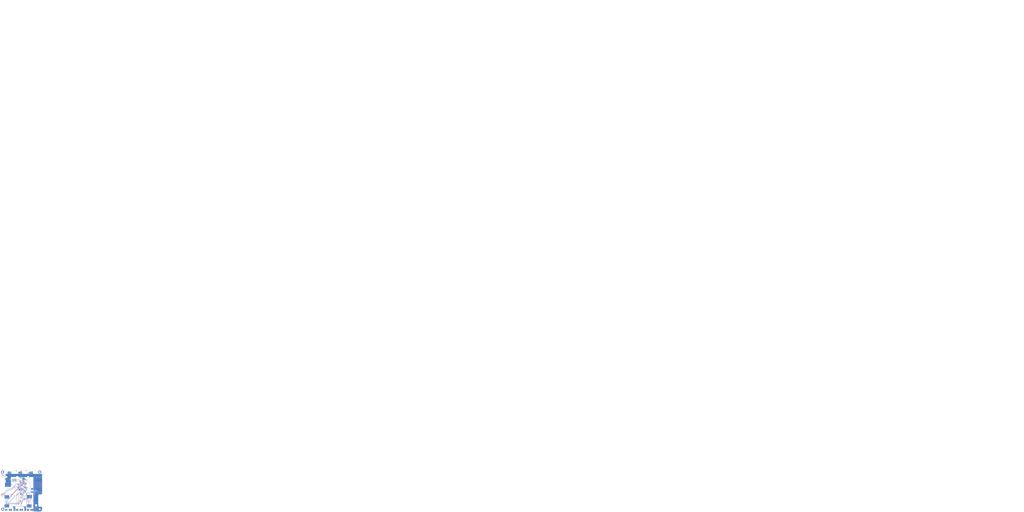
<source format=kicad_pcb>
(kicad_pcb (version 20240108) (generator "pcbnew") (generator_version "8.0")
  (title_block (title "1s3p Battery Board") (date "2025-02-12") (rev "${PCB_VERSION}") (company "TVSC"))
  (layers (0 "F.Cu" signal) (1 "In1.Cu" signal) (2 "In2.Cu" signal) (31 "B.Cu" signal) (34 "B.Paste" user) (35 "F.Paste" user) (36 "B.SilkS" user "B.Silkscreen") (37 "F.SilkS" user "F.Silkscreen") (38 "B.Mask" user) (39 "F.Mask" user) (44 "Edge.Cuts" user))
  (property "PCB_VERSION" "Cheerful Coffee")
  (net 0 "")
  (net 1 "GND")
  (net 2 "Net-(C3-Pad2)")
  (net 3 "+3V3")
  (net 4 "/NRST")
  (net 5 "/BOOT0")
  (net 6 "/MCU/DEBUG_LED")
  (net 8 "VBUS")
  (net 10 "/Batteries/BOARD_LOAD_+")
  (net 11 "Net-(U8-LX2)")
  (net 13 "VBATT")
  (net 14 "/SWO")
  (net 15 "/SWDIO")
  (net 16 "/SWCLK")
  (net 17 "/CANH_UPSTREAM")
  (net 18 "/CANL_UPSTREAM")
  (net 19 "/CANL_DOWNSTREAM")
  (net 20 "/CTRL.SWO")
  (net 21 "/CTRL.BOOT0")
  (net 22 "/CTRL.SWDIO")
  (net 23 "/CTRL.NRST")
  (net 24 "/CTRL.SWCLK")
  (net 25 "/CANH_DOWNSTREAM")
  (net 26 "Net-(JP1-B)")
  (net 33 "Net-(D1-K)")
  (net 34 "Net-(JP15-B)")
  (net 38 "/Batteries/BATTERY_1_EN")
  (net 39 "/Batteries/BATTERY_2_EN")
  (net 40 "Net-(JP2-B)")
  (net 41 "Net-(J1-T_SWDIO)")
  (net 42 "Net-(U1-PC10)")
  (net 43 "Net-(U1-PC12)")
  (net 44 "/Batteries/BATTERY_3_EN")
  (net 45 "/MCU/I2C3_SDA")
  (net 46 "/MCU/I2C3_SCL")
  (net 47 "/Batteries/B1+")
  (net 48 "Net-(U3-SLOW)")
  (net 49 "/Batteries/B2+")
  (net 50 "/Batteries/B3+")
  (net 51 "/Batteries/TEMPERATURE_SENSE")
  (net 52 "Net-(J1-T_SWCLK)")
  (net 53 "Net-(J1-T_NRST)")
  (net 56 "Net-(JP13-B)")
  (net 61 "Net-(U1-PB3)")
  (net 62 "Net-(U1-PB13)")
  (net 63 "Net-(U1-PB14)")
  (net 64 "Net-(U1-PB15)")
  (net 65 "Net-(U1-PB9)")
  (net 67 "/MCU/SPI3_MISO")
  (net 71 "/CAN bus/CAN_SHUTDOWN")
  (net 72 "/MCU/I2C1_SDA")
  (net 73 "Net-(JP10-B)")
  (net 74 "/MCU/I2C1_SCL")
  (net 75 "/Batteries/I2C_SDA")
  (net 76 "Net-(JP14-B)")
  (net 77 "/CAN bus/CAN_RX")
  (net 79 "/CAN bus/CAN_SILENT")
  (net 80 "/CAN bus/CAN_TX")
  (net 81 "/CAN bus/CANH_TERMINATION")
  (net 82 "/Batteries/I2C_SCL")
  (net 83 "Net-(BT1-PadN)")
  (net 84 "Net-(BT2-PadN)")
  (net 85 "Net-(BT3-PadN)")
  (net 86 "Net-(Q1-D)")
  (net 87 "Net-(Q2-D)")
  (net 88 "Net-(Q3-D)")
  (net 92 "/CAN bus/CANL_TERMINATION")
  (net 93 "/Board Identification/BOARD_ID_SENSE")
  (net 94 "/Board Identification/BOARD_ID_POWER")
  (net 95 "Net-(U8-LX1)")
  (net 96 "Net-(U8-CFG1)")
  (footprint "footprints:BAT_1043" (layer "F.Cu") (at 155.992 106.15 90)
    (property "Reference" "BT2")
    (property "Value" "Battery_Cell")
  )
  (footprint "footprints:TestPoint_Pad_D1.5mm" (layer "F.Cu") (at 155.992 65.65)
    (property "Reference" "TP3" (hide yes))
    (property "Value" "GND")
  )
  (footprint "footprints:Battery_Board_Shape_Space_Invader_2" (layer "F.Cu") (at 114.742 146.15)
    (property "Reference" "PCB1" (hide yes))
    (property "Value" "~" (hide yes))
    (fp_line (start 0 -68) (end 0 -77.5) (stroke (width 0.05)) (layer "Edge.Cuts"))
    (fp_line (start 0 -37.5) (end 0 -5) (stroke (width 0.05)) (layer "Edge.Cuts"))
    (fp_line (start 2 -66) (end 5.5 -66) (stroke (width 0.05)) (layer "Edge.Cuts"))
    (fp_line (start 5.5 -39.5) (end 2 -39.5) (stroke (width 0.05)) (layer "Edge.Cuts"))
    (fp_line (start 7.5 -64) (end 7.5 -41.5) (stroke (width 0.05)) (layer "Edge.Cuts"))
    (fp_line (start 75 -12.25) (end 75 -31.5) (stroke (width 0.05)) (layer "Edge.Cuts"))
    (fp_line (start 77 -33.5) (end 80.5 -33.5) (stroke (width 0.05)) (layer "Edge.Cuts"))
    (fp_line (start 77.5 -82.5) (end 5 -82.5) (stroke (width 0.05)) (layer "Edge.Cuts"))
    (fp_line (start 77.5 0) (end 5 0) (stroke (width 0.05)) (layer "Edge.Cuts"))
    (fp_line (start 80.5 -10.25) (end 77 -10.25) (stroke (width 0.05)) (layer "Edge.Cuts"))
    (fp_line (start 82.5 -35.5) (end 82.5 -77.5) (stroke (width 0.05)) (layer "Edge.Cuts"))
    (fp_line (start 82.5 -8.25) (end 82.5 -5) (stroke (width 0.05)) (layer "Edge.Cuts"))
    (fp_arc (start 0 -77.5) (mid 1.464466 -81.035534) (end 5 -82.5) (stroke (width 0.05)) (layer "Edge.Cuts"))
    (fp_arc (start 0 -37.5) (mid 0.585786 -38.914214) (end 2 -39.5) (stroke (width 0.05)) (layer "Edge.Cuts"))
    (fp_arc (start 2 -66) (mid 0.585786 -66.585786) (end 0 -68) (stroke (width 0.05)) (layer "Edge.Cuts"))
    (fp_arc (start 5 0) (mid 1.464466 -1.464466) (end 0 -5) (stroke (width 0.05)) (layer "Edge.Cuts"))
    (fp_arc (start 5.5 -66) (mid 6.914214 -65.414214) (end 7.5 -64) (stroke (width 0.05)) (layer "Edge.Cuts"))
    (fp_arc (start 7.5 -41.5) (mid 6.914214 -40.085786) (end 5.5 -39.5) (stroke (width 0.05)) (layer "Edge.Cuts"))
    (fp_arc (start 75 -31.5) (mid 75.585786 -32.914214) (end 77 -33.5) (stroke (width 0.05)) (layer "Edge.Cuts"))
    (fp_arc (start 77 -10.25) (mid 75.585786 -10.835786) (end 75 -12.25) (stroke (width 0.05)) (layer "Edge.Cuts"))
    (fp_arc (start 77.5 -82.5) (mid 81.035534 -81.035534) (end 82.5 -77.5) (stroke (width 0.05)) (layer "Edge.Cuts"))
    (fp_arc (start 80.5 -10.25) (mid 81.914214 -9.664214) (end 82.5 -8.25) (stroke (width 0.05)) (layer "Edge.Cuts"))
    (fp_arc (start 82.5 -35.5) (mid 81.914214 -34.085786) (end 80.5 -33.5) (stroke (width 0.05)) (layer "Edge.Cuts"))
    (fp_arc (start 82.5 -5) (mid 81.035534 -1.464466) (end 77.5 0) (stroke (width 0.05)) (layer "Edge.Cuts"))
  )
  (footprint "footprints:TestPoint_Pad_D1.5mm" (layer "F.Cu") (at 191.042 108.15)
    (property "Reference" "TP1" (hide yes))
    (property "Value" "VBUS")
  )
  (footprint "footprints:TestPoint_Pad_D1.5mm" (layer "F.Cu") (at 145.992 65.65)
    (property "Reference" "TP8" (hide yes))
    (property "Value" "VBATT")
  )
  (footprint "footprints:TestPoint_Pad_D1.5mm" (layer "F.Cu") (at 165.992 65.65)
    (property "Reference" "TP7" (hide yes))
    (property "Value" "TEMP")
  )
  (footprint "footprints:BAT_1043" (layer "F.Cu") (at 177.242 106.15 90)
    (property "Reference" "BT3")
    (property "Value" "Battery_Cell")
  )
  (footprint "footprints:TestPoint_Pad_D1.5mm" (layer "F.Cu") (at 117.992 78.15)
    (property "Reference" "TP6" (hide yes))
    (property "Value" "+3V3")
  )
  (footprint "footprints:BAT_1043" (layer "F.Cu") (at 134.742 106.15 90)
    (property "Reference" "BT1")
    (property "Value" "Battery_Cell")
  )
  (footprint "Connector:Tag-Connect_TC2030-IDC-NL_2x03_P1.27mm_Vertical" (layer "F.Cu") (at 118.742 112.15 -90)
    (property "Reference" "J1")
    (property "Value" "STLINK")
  )
  (footprint "Resistor_SMD:R_2512_6332Metric" (layer "B.Cu") (at 173.992 72.4 90)
    (property "Reference" "R29")
    (property "Value" "10m")
  )
  (footprint "footprints:Nondescript_R_0402_1005Metric" (layer "B.Cu") (at 156.242 104.4)
    (property "Reference" "R3" (hide yes))
    (property "Value" "9k31")
  )
  (footprint "Resistor_SMD:R_2512_6332Metric" (layer "B.Cu") (at 131.492 72.4 90)
    (property "Reference" "R24")
    (property "Value" "10m")
  )
  (footprint "footprints:Nondescript_R_0402_1005Metric" (layer "B.Cu") (at 154.742 127.9 90)
    (property "Reference" "R50" (hide yes))
    (property "Value" "60")
  )
  (footprint "footprints:Nondescript_C_0402_1005Metric" (layer "B.Cu") (at 156.012 110.4 180)
    (property "Reference" "C10" (hide yes))
    (property "Value" "1u")
  )
  (footprint "Jumper:SolderJumper-2_P1.3mm_Open_RoundedPad1.0x1.5mm" (layer "B.Cu") (at 161.742 122.65 180)
    (property "Reference" "JP1" (hide yes))
    (property "Value" "SolderJumper_2_Open")
  )
  (footprint "footprints:Nondescript_R_0402_1005Metric" (layer "B.Cu") (at 152.242 78.4 -90)
    (property "Reference" "R23" (hide yes))
    (property "Value" "9k31")
  )
  (footprint "footprints:Nondescript_R_0402_1005Metric" (layer "B.Cu") (at 170.992 70.65)
    (property "Reference" "R30" (hide yes))
    (property "Value" "9k31")
  )
  (footprint "footprints:Nondescript_R_0402_1005Metric" (layer "B.Cu") (at 170.992 71.65 180)
    (property "Reference" "TH1" (hide yes))
    (property "Value" "10k NTC")
  )
  (footprint "footprints:Nondescript_R_0402_1005Metric" (layer "B.Cu") (at 153.232 78.4 -90)
    (property "Reference" "R26" (hide yes))
    (property "Value" "9k31")
  )
  (footprint "Jumper:SolderJumper-2_P1.3mm_Open_RoundedPad1.0x1.5mm" (layer "B.Cu") (at 161.742 120.15 180)
    (property "Reference" "JP2" (hide yes))
    (property "Value" "SolderJumper_2_Open")
  )
  (footprint "footprints:Bus Connector (Target)" (layer "B.Cu") (at 172.742 125.875 90)
    (property "Reference" "J2")
    (property "Value" "Molex_504050-1291" (hide yes))
  )
  (footprint "Jumper:SolderJumper-2_P1.3mm_Open_RoundedPad1.0x1.5mm" (layer "B.Cu") (at 150.242 131.65 180)
    (property "Reference" "JP6" (hide yes))
    (property "Value" "SolderJumper_2_Open")
  )
  (footprint "footprints:Nondescript_C_0402_1005Metric" (layer "B.Cu") (at 149.992 93.65 90)
    (property "Reference" "C9" (hide yes))
    (property "Value" "100n")
  )
  (footprint "Resistor_SMD:R_2512_6332Metric" (layer "B.Cu") (at 184.742 78.4 90)
    (property "Reference" "R40")
    (property "Value" "0")
  )
  (footprint "Package_SON:VSON-8_3.3x3.3mm_P0.65mm_NexFET" (layer "B.Cu") (at 142.742 138.46 -90)
    (property "Reference" "Q1")
    (property "Value" "CSD16342Q5A")
  )
  (footprint "footprints:UQFN-16-1EP_4x4mm_P0.65mm_EP2.6x2.6mm" (layer "B.Cu") (at 160.317 81.875 90)
    (property "Reference" "U3" (hide yes))
    (property "Value" "PAC1934T-I/JQ")
  )
  (footprint "Jumper:SolderJumper-2_P1.3mm_Open_RoundedPad1.0x1.5mm" (layer "B.Cu") (at 141.797 82.945 -90)
    (property "Reference" "JP10" (hide yes))
    (property "Value" "SolderJumper_2_Open" (hide yes))
  )
  (footprint "footprints:Nondescript_C_0402_1005Metric" (layer "B.Cu") (at 156.242 103.4)
    (property "Reference" "C2" (hide yes))
    (property "Value" "100n")
  )
  (footprint "footprints:Nondescript_C_0402_1005Metric" (layer "B.Cu") (at 153.992 87.9 180)
    (property "Reference" "C16" (hide yes))
    (property "Value" "1u")
  )
  (footprint "footprints:Nondescript_C_0402_1005Metric" (layer "B.Cu") (at 161.742 88.9)
    (property "Reference" "C13" (hide yes))
    (property "Value" "100n")
  )
  (footprint "Resistor_SMD:R_2512_6332Metric" (layer "B.Cu") (at 160.992 142.4)
    (property "Reference" "R33")
    (property "Value" "0")
  )
  (footprint "footprints:Nondescript_R_0402_1005Metric" (layer "B.Cu") (at 143.547 83.595 90)
    (property "Reference" "R22" (hide yes))
    (property "Value" "23k2")
  )
  (footprint "footprints:Nondescript_R_0402_1005Metric" (layer "B.Cu") (at 119.492 75.4)
    (property "Reference" "R2" (hide yes))
    (property "Value" "33")
  )
  (footprint "Package_SON:VSON-8_3.3x3.3mm_P0.65mm_NexFET" (layer "B.Cu") (at 185.242 138.46 -90)
    (property "Reference" "Q3")
    (property "Value" "CSD16342Q5A")
  )
  (footprint "footprints:TestPoint_Pad_D1.5mm" (layer "B.Cu") (at 138.297 83.645 -90)
    (property "Reference" "TP5" (hide yes))
    (property "Value" "BOARD_ID_SENSE")
  )
  (footprint "footprints:Nondescript_R_0402_1005Metric" (layer "B.Cu") (at 164.992 89.15 180)
    (property "Reference" "R9" (hide yes))
    (property "Value" "33")
  )
  (footprint "footprints:Nondescript_R_0402_1005Metric" (layer "B.Cu") (at 160.642 86.9 180)
    (property "Reference" "R13" (hide yes))
    (property "Value" "9k31")
  )
  (footprint "footprints:Nondescript_R_0402_1005Metric" (layer "B.Cu") (at 140.047 83.595 90)
    (property "Reference" "R20" (hide yes))
    (property "Value" "1k58")
  )
  (footprint "Resistor_SMD:R_2512_6332Metric" (layer "B.Cu") (at 139.742 142.4)
    (property "Reference" "R31")
    (property "Value" "0")
  )
  (footprint "footprints:Nondescript_C_0402_1005Metric" (layer "B.Cu") (at 149.992 97.38 -90)
    (property "Reference" "C1" (hide yes))
    (property "Value" "100n")
  )
  (footprint "Resistor_SMD:R_2512_6332Metric" (layer "B.Cu") (at 172.242 142.4 180)
    (property "Reference" "R36")
    (property "Value" "0")
  )
  (footprint "footprints:Nondescript_R_0402_1005Metric" (layer "B.Cu") (at 153.742 105.4 180)
    (property "Reference" "R7" (hide yes))
    (property "Value" "33")
  )
  (footprint "Resistor_SMD:R_2512_6332Metric" (layer "B.Cu") (at 150.992 142.4 180)
    (property "Reference" "R34")
    (property "Value" "0")
  )
  (footprint "Inductor_SMD:L_1008_2520Metric" (layer "B.Cu") (at 181.742 104.65)
    (property "Reference" "L1" (hide yes))
    (property "Value" "2.2µH")
  )
  (footprint "footprints:Nondescript_C_0402_1005Metric" (layer "B.Cu") (at 163.492 83.4 -90)
    (property "Reference" "C17" (hide yes))
    (property "Value" "100n")
  )
  (footprint "footprints:Nondescript_R_0402_1005Metric" (layer "B.Cu") (at 162.442 85.05 180)
    (property "Reference" "R25" (hide yes))
    (property "Value" "9k31")
  )
  (footprint "Package_SON:WSON-10-1EP_2.5x2.5mm_P0.5mm_EP1.2x2mm" (layer "B.Cu") (at 182.2795 108.5875 90)
    (property "Reference" "U8" (hide yes))
    (property "Value" "TPS63900")
  )
  (footprint "Package_SON:VSON-8_3.3x3.3mm_P0.65mm_NexFET" (layer "B.Cu") (at 163.992 138.46 -90)
    (property "Reference" "Q2")
    (property "Value" "CSD16342Q5A")
  )
  (footprint "Jumper:SolderJumper-2_P1.3mm_Open_RoundedPad1.0x1.5mm" (layer "B.Cu") (at 150.242 129.15 180)
    (property "Reference" "JP5" (hide yes))
    (property "Value" "SolderJumper_2_Open")
  )
  (footprint "Resistor_SMD:R_2512_6332Metric" (layer "B.Cu") (at 182.242 142.4)
    (property "Reference" "R35")
    (property "Value" "0")
  )
  (footprint "footprints:Nondescript_C_0402_1005Metric" (layer "B.Cu") (at 161.722 87.9)
    (property "Reference" "C15" (hide yes))
    (property "Value" "1u")
  )
  (footprint "footprints:Nondescript_R_0402_1005Metric" (layer "B.Cu") (at 164.992 91.15 180)
    (property "Reference" "R8" (hide yes))
    (property "Value" "33")
  )
  (footprint "footprints:Nondescript_C_0603_1608Metric" (layer "B.Cu") (at 186.242 106.4 90)
    (property "Reference" "C27" (hide yes))
    (property "Value" "22u")
  )
  (footprint "Jumper:SolderJumper-2_P1.3mm_Open_RoundedPad1.0x1.5mm" (layer "B.Cu") (at 141.797 86.295 90)
    (property "Reference" "JP14" (hide yes))
    (property "Value" "0x10")
  )
  (footprint "Resistor_SMD:R_2512_6332Metric" (layer "B.Cu") (at 129.742 142.4 180)
    (property "Reference" "R32")
    (property "Value" "0")
  )
  (footprint "footprints:Nondescript_R_0402_1005Metric" (layer "B.Cu") (at 158.742 87.65)
    (property "Reference" "R14" (hide yes))
    (property "Value" "9k31")
  )
  (footprint "footprints:Nondescript_R_0402_1005Metric" (layer "B.Cu") (at 157.242 130.4 -90)
    (property "Reference" "R49" (hide yes))
    (property "Value" "60")
  )
  (footprint "Package_QFP:LQFP-64_10x10mm_P0.5mm" (layer "B.Cu") (at 157.242 96.15)
    (property "Reference" "U1" (hide yes))
    (property "Value" "STM32L452RCTx")
  )
  (footprint "footprints:SOIC127P600X175-8N" (layer "B.Cu") (at 155.992 115.65 -90)
    (property "Reference" "U2")
    (property "Value" "TCAN330DR" (hide yes))
  )
  (footprint "footprints:Nondescript_C_0603_1608Metric" (layer "B.Cu") (at 180.0295 108.125 -90)
    (property "Reference" "C5" (hide yes))
    (property "Value" "22u")
  )
  (footprint "LED_SMD:LED_0603_1608Metric" (layer "B.Cu") (at 119.742 74.15)
    (property "Reference" "D1" (hide yes))
    (property "Value" "Blue LED")
  )
  (footprint "footprints:Nondescript_R_0402_1005Metric" (layer "B.Cu") (at 148.992 97.4 90)
    (property "Reference" "R1" (hide yes))
    (property "Value" "9k31")
  )
  (footprint "footprints:Molex_504050-0691" (layer "B.Cu") (at 130.432 93.004999 -90)
    (property "Reference" "J4")
    (property "Value" "Power Interconnect")
  )
  (footprint "footprints:Nondescript_R_0402_1005Metric" (layer "B.Cu") (at 140.047 85.545 90)
    (property "Reference" "R17" (hide yes))
    (property "Value" "23k2")
  )
  (footprint "footprints:Nondescript_C_0603_1608Metric" (layer "B.Cu") (at 184.542 106.4 90)
    (property "Reference" "C4" (hide yes))
    (property "Value" "10u")
  )
  (footprint "footprints:TestPoint_Pad_D1.5mm" (layer "B.Cu") (at 138.297 86.145 -90)
    (property "Reference" "TP2" (hide yes))
    (property "Value" "BOARD_ID_POWER")
  )
  (footprint "footprints:TestPoint_Pad_D1.5mm" (layer "B.Cu") (at 173.742 107.65 180)
    (property "Reference" "TP4" (hide yes))
    (property "Value" "BOARD_LOAD_+")
  )
  (footprint "footprints:Nondescript_R_0402_1005Metric" (layer "B.Cu") (at 143.547 85.545 90)
    (property "Reference" "R21" (hide yes))
    (property "Value" "1k58")
  )
  (footprint "footprints:Nondescript_R_0402_1005Metric" (layer "B.Cu") (at 164.992 90.15 180)
    (property "Reference" "R5" (hide yes))
    (property "Value" "33")
  )
  (footprint "footprints:Nondescript_C_0402_1005Metric" (layer "B.Cu") (at 155.742 130.4 90)
    (property "Reference" "C3" (hide yes))
    (property "Value" "100n")
  )
  (footprint "footprints:Nondescript_C_0402_1005Metric" (layer "B.Cu") (at 151.992 103.15 180)
    (property "Reference" "C11" (hide yes))
    (property "Value" "1u")
  )
  (footprint "Resistor_SMD:R_2512_6332Metric" (layer "B.Cu") (at 192.242 78.4 90)
    (property "Reference" "R41")
    (property "Value" "0")
  )
  (footprint "footprints:Nondescript_R_0402_1005Metric" (layer "B.Cu") (at 121.242 110.4 -90)
    (property "Reference" "R39" (hide yes))
    (property "Value" "33")
  )
  (footprint "footprints:Nondescript_R_0402_1005Metric" (layer "B.Cu") (at 123.492 109.4 -90)
    (property "Reference" "R38" (hide yes))
    (property "Value" "33")
  )
  (footprint "Resistor_SMD:R_2512_6332Metric" (layer "B.Cu") (at 152.742 72.4 90)
    (property "Reference" "R27")
    (property "Value" "10m")
  )
  (footprint "footprints:Nondescript_C_0402_1005Metric" (layer "B.Cu") (at 153.992 88.9 180)
    (property "Reference" "C14" (hide yes))
    (property "Value" "100n")
  )
  (footprint "footprints:Nondescript_C_0402_1005Metric" (layer "B.Cu") (at 156.012 111.4 180)
    (property "Reference" "C7" (hide yes))
    (property "Value" "100n")
  )
  (footprint "Jumper:SolderJumper-2_P1.3mm_Open_RoundedPad1.0x1.5mm" (layer "B.Cu") (at 145.297 82.945 -90)
    (property "Reference" "JP13" (hide yes))
    (property "Value" "SolderJumper_2_Open" (hide yes))
  )
  (footprint "Jumper:SolderJumper-2_P1.3mm_Open_RoundedPad1.0x1.5mm" (layer "B.Cu") (at 145.297 86.295 90)
    (property "Reference" "JP15" (hide yes))
    (property "Value" "0xEF")
  )
  (footprint "footprints:Nondescript_C_0402_1005Metric" (layer "B.Cu") (at 151.992 102.15 180)
    (property "Reference" "C8" (hide yes))
    (property "Value" "100n")
  )
  (footprint "footprints:Nondescript_C_0402_1005Metric" (layer "B.Cu") (at 148.992 93.65 90)
    (property "Reference" "C12" (hide yes))
    (property "Value" "1u")
  )
  (footprint "Resistor_SMD:R_2512_6332Metric" (layer "B.Cu") (at 177.242 104.6875 90)
    (property "Reference" "R10" (hide yes))
    (property "Value" "10m")
  )
  (footprint "footprints:Nondescript_C_0402_1005Metric" (layer "B.Cu") (at 160.442 85.05 180)
    (property "Reference" "C6" (hide yes))
    (property "Value" "100n")
  )
  (footprint "footprints:Bus Connector (Control)" (layer "B.Cu") (at 128.992 125.875 90)
    (property "Reference" "J3")
    (property "Value" "Molex_504050-1291" (hide yes))
  )
  (footprint "footprints:Nondescript_R_0603_1608Metric" (layer "B.Cu") (at 181.5295 111.375 180)
    (property "Reference" "R51" (hide yes))
    (property "Value" "36k5")
  )
  (footprint "footprints:Nondescript_R_0402_1005Metric" (layer "B.Cu") (at 154.232 78.4 -90)
    (property "Reference" "R28" (hide yes))
    (property "Value" "9k31")
  )
  (footprint "footprints:Nondescript_R_0402_1005Metric" (layer "B.Cu") (at 164.492 100.65 90)
    (property "Reference" "R6" (hide yes))
    (property "Value" "9k31")
  )
  (footprint "footprints:Nondescript_R_0402_1005Metric" (layer "B.Cu") (at 157.992 103.9 -90)
    (property "Reference" "R4" (hide yes))
    (property "Value" "33")
  )
  (footprint "Jumper:SolderJumper-2_P1.3mm_Open_RoundedPad1.0x1.5mm" (layer "B.Cu") (at 154.742 125.3 90)
    (property "Reference" "JP4" (hide yes))
    (property "Value" "SolderJumper_2_Open")
  )
  (footprint "Jumper:SolderJumper-2_P1.3mm_Open_RoundedPad1.0x1.5mm" (layer "B.Cu") (at 157.242 127.8 -90)
    (property "Reference" "JP3" (hide yes))
    (property "Value" "SolderJumper_2_Open")
  )
  (footprint "footprints:Nondescript_R_0402_1005Metric" (layer "B.Cu") (at 118.992 116.15 180)
    (property "Reference" "R37" (hide yes))
    (property "Value" "33")
  )
  (gr_text "Board ID" (at 157.187 85.705 0) (layer "B.SilkS") (effects (font (size 1.5 1.5) (thickness 0.3) (bold yes)) (justify left bottom mirror)))
  (gr_text "Upstream\nCAN" (at 163.992 119.15 90) (layer "B.SilkS") (effects (font (size 1.5 1.5) (thickness 0.3) (bold yes)) (justify right bottom mirror)))
  (gr_text "Downstream\nCAN" (at 147.992 127.9 -90) (layer "B.SilkS") (effects (font (size 1.5 1.5) (thickness 0.3) (bold yes)) (justify left bottom mirror)))
  (gr_text "CAN\nTermination" (at 155.492 136.15 0) (layer "B.SilkS") (effects (font (size 1.5 1.5) (thickness 0.3) (bold yes)) (justify bottom mirror)))
  (gr_text_box "TVSC 1s3p Battery Board ${PCB_VERSION} edition" (start 178.642 87.55) (end 196.642 93.55) (layer "B.SilkS") (effects (font (size 1 1) (thickness 0.1)) (justify left top mirror)) (border yes) (stroke (width 0.1)))
  (gr_text_box "Developed with the support of the Hacker Initiative" (start 178.642 93.55) (end 196.642 99.3) (layer "B.SilkS") (effects (font (size 1 1) (thickness 0.1)) (justify left top mirror)) (border yes) (stroke (width 0.1)))
  (segment (start 118.107 113.42) (end 117.39124 113.42) (width 0.3) (layer "F.Cu") (net 1))
  (segment (start 117.39124 113.42) (end 117.22181 113.58943) (width 0.3) (layer "F.Cu") (net 1))
  (via (at 157.992 85.9) (size 0.5) (drill 0.3) (layers "F.Cu" "B.Cu") (net 1))
  (via (at 174.882 137.9) (size 0.5) (drill 0.3) (layers "F.Cu" "B.Cu") (net 1))
  (via (at 139.992 137.28) (size 0.5) (drill 0.3) (layers "F.Cu" "B.Cu") (net 1))
  (via (at 170.332 143.55) (size 0.5) (drill 0.3) (layers "F.Cu" "B.Cu") (net 1))
  (via (at 174.882 117.02) (size 0.5) (drill 0.3) (layers "F.Cu" "B.Cu") (net 1))
  (via (at 130.432 94.545) (size 0.5) (drill 0.3) (layers "F.Cu" "B.Cu") (net 1))
  (via (at 182.2795 106.375) (size 0.5) (drill 0.3) (layers "F.Cu" "B.Cu") (net 1))
  (via (at 161.342 82.85) (size 0.5) (drill 0.3) (layers "F.Cu" "B.Cu") (net 1))
  (via (at 164.252 83.9) (size 0.5) (drill 0.3) (layers "F.Cu" "B.Cu") (net 1))
  (via (at 160.492 91.65) (size 0.5) (drill 0.3) (layers "F.Cu" "B.Cu") (net 1))
  (via (at 159.342 80.85) (size 0.5) (drill 0.3) (layers "F.Cu" "B.Cu") (net 1))
  (via (at 168.242 142.75) (size 0.5) (drill 0.3) (layers "F.Cu" "B.Cu") (net 1))
  (via (at 161.342 80.85) (size 0.5) (drill 0.3) (layers "F.Cu" "B.Cu") (net 1))
  (via (at 154.09053 99.65) (size 0.5) (drill 0.3) (layers "F.Cu" "B.Cu") (net 1))
  (via (at 124.442 134.125) (size 0.5) (drill 0.3) (layers "F.Cu" "B.Cu") (net 1))
  (via (at 127.832 143.55) (size 0.5) (drill 0.3) (layers "F.Cu" "B.Cu") (net 1))
  (via (at 131.932 90.045) (size 0.5) (drill 0.3) (layers "F.Cu" "B.Cu") (net 1))
  (via (at 153.492 81.9) (size 0.5) (drill 0.3) (layers "F.Cu" "B.Cu") (net 1))
  (via (at 161.742 135.9) (size 0.5) (drill 0.3) (layers "F.Cu" "B.Cu") (net 1))
  (via (at 170.992 141.15) (size 0.5) (drill 0.3) (layers "F.Cu" "B.Cu") (net 1))
  (via (at 158.992 93.4) (size 0.5) (drill 0.3) (layers "F.Cu" "B.Cu") (net 1))
  (via (at 134.932 94.545) (size 0.5) (drill 0.3) (layers "F.Cu" "B.Cu") (net 1))
  (via (at 182.992 135.9) (size 0.5) (drill 0.3) (layers "F.Cu" "B.Cu") (net 1))
  (via (at 124.492 81.65) (size 0.5) (drill 0.3) (layers "F.Cu" "B.Cu") (net 1))
  (via (at 154.742 111.4) (size 0.5) (drill 0.3) (layers "F.Cu" "B.Cu") (net 1))
  (via (at 124.992 133.4) (size 0.5) (drill 0.3) (layers "F.Cu" "B.Cu") (net 1))
  (via (at 151.492 104.15) (size 0.6) (drill 0.3) (layers "F.Cu" "B.Cu") (net 1))
  (via (at 155.92613 79.46587) (size 0.5) (drill 0.3) (layers "F.Cu" "B.Cu") (net 1))
  (via (at 126.7795 142.4) (size 0.6) (drill 0.3) (layers "F.Cu" "B.Cu") (net 1))
  (via (at 128.492 142.75) (size 0.5) (drill 0.3) (layers "F.Cu" "B.Cu") (net 1))
  (via (at 128.492 141.15) (size 0.5) (drill 0.3) (layers "F.Cu" "B.Cu") (net 1))
  (via (at 127.432 91.545) (size 0.5) (drill 0.3) (layers "F.Cu" "B.Cu") (net 1))
  (via (at 140.992 136.53) (size 0.5) (drill 0.3) (layers "F.Cu" "B.Cu") (net 1))
  (via (at 125.742 142.75) (size 0.5) (drill 0.3) (layers "F.Cu" "B.Cu") (net 1))
  (via (at 149.082 141.95) (size 0.5) (drill 0.3) (layers "F.Cu" "B.Cu") (net 1))
  (via (at 149.082 143.55) (size 0.5) (drill 0.3) (layers "F.Cu" "B.Cu") (net 1))
  (via (at 125.082 143.55) (size 0.5) (drill 0.3) (layers "F.Cu" "B.Cu") (net 1))
  (via (at 146.332 141.95) (size 0.5) (drill 0.3) (layers "F.Cu" "B.Cu") (net 1))
  (via (at 167.992 117.65) (size 0.5) (drill 0.3) (layers "F.Cu" "B.Cu") (net 1))
  (via (at 124.442 135.625) (size 0.5) (drill 0.3) (layers "F.Cu" "B.Cu") (net 1))
  (via (at 131.132 113.9) (size 0.5) (drill 0.3) (layers "F.Cu" "B.Cu") (net 1))
  (via (at 162.992 87.75) (size 0.5) (drill 0.3) (layers "F.Cu" "B.Cu") (net 1))
  (via (at 127.432 90.045) (size 0.5) (drill 0.3) (layers "F.Cu" "B.Cu") (net 1))
  (via (at 128.932 94.545) (size 0.5) (drill 0.3) (layers "F.Cu" "B.Cu") (net 1))
  (via (at 183.492 137.4) (size 0.5) (drill 0.3) (layers "F.Cu" "B.Cu") (net 1))
  (via (at 176.242 118.4) (size 0.5) (drill 0.3) (layers "F.Cu" "B.Cu") (net 1))
  (via (at 155.742 131.65) (size 0.5) (drill 0.3) (layers "F.Cu" "B.Cu") (net 1))
  (via (at 186.242 104.4) (size 0.5) (drill 0.3) (layers "F.Cu" "B.Cu") (net 1))
  (via (at 153.992 100.65) (size 0.5) (drill 0.3) (layers "F.Cu" "B.Cu") (net 1))
  (via (at 128.932 90.045) (size 0.5) (drill 0.3) (layers "F.Cu" "B.Cu") (net 1))
  (via (at 174.882 116.02) (size 0.5) (drill 0.3) (layers "F.Cu" "B.Cu") (net 1))
  (via (at 128.942 132.625) (size 0.5) (drill 0.3) (layers "F.Cu" "B.Cu") (net 1))
  (via (at 174.882 118.02) (size 0.5) (drill 0.3) (layers "F.Cu" "B.Cu") (net 1))
  (via (at 131.932 91.545) (size 0.5) (drill 0.3) (layers "F.Cu" "B.Cu") (net 1))
  (via (at 133.432 94.545) (size 0.5) (drill 0.3) (layers "F.Cu" "B.Cu") (net 1))
  (via (at 133.432 91.545) (size 0.5) (drill 0.3) (layers "F.Cu" "B.Cu") (net 1))
  (via (at 155.242 92.4) (size 0.5) (drill 0.3) (layers "F.Cu" "B.Cu") (net 1))
  (via (at 170.992 142.75) (size 0.5) (drill 0.3) (layers "F.Cu" "B.Cu") (net 1))
  (via (at 169.742 71.65) (size 0.5) (drill 0.3) (layers "F.Cu" "B.Cu") (net 1))
  (via (at 124.432 90.045) (size 0.5) (drill 0.3) (layers "F.Cu" "B.Cu") (net 1))
  (via (at 176.242 117.4) (size 0.5) (drill 0.3) (layers "F.Cu" "B.Cu") (net 1))
  (via (at 149.992 92.5) (size 0.5) (drill 0.3) (layers "F.Cu" "B.Cu") (net 1))
  (via (at 125.742 141.15) (size 0.5) (drill 0.3) (layers "F.Cu" "B.Cu") (net 1))
  (via (at 178.992 111.4) (size 0.5) (drill 0.3) (layers "F.Cu" "B.Cu") (net 1))
  (via (at 182.2795 108.5875) (size 0.5) (drill 0.3) (layers "F.Cu" "B.Cu") (net 1))
  (via (at 128.932 93.045) (size 0.5) (drill 0.3) (layers "F.Cu" "B.Cu") (net 1))
  (via (at 183.492 136.65) (size 0.5) (drill 0.3) (layers "F.Cu" "B.Cu") (net 1))
  (via (at 125.932 90.045) (size 0.5) (drill 0.3) (layers "F.Cu" "B.Cu") (net 1))
  (via (at 125.932 94.545) (size 0.5) (drill 0.3) (layers "F.Cu" "B.Cu") (net 1))
  (via (at 174.882 119.02) (size 0.5) (drill 0.3) (layers "F.Cu" "B.Cu") (net 1))
  (via (at 174.882 113.9) (size 0.5) (drill 0.3) (layers "F.Cu" "B.Cu") (net 1))
  (via (at 124.432 94.545) (size 0.5) (drill 0.3) (layers "F.Cu" "B.Cu") (net 1))
  (via (at 128.942 135.625) (size 0.5) (drill 0.3) (layers "F.Cu" "B.Cu") (net 1))
  (via (at 161.242 136.65) (size 0.5) (drill 0.3) (layers "F.Cu" "B.Cu") (net 1))
  (via (at 152.742 88.9) (size 0.5) (drill 0.3) (layers "F.Cu" "B.Cu") (net 1))
  (via (at 124.432 91.545) (size 0.5) (drill 0.3) (layers "F.Cu" "B.Cu") (net 1))
  (via (at 157.222001 103.4) (size 0.5) (drill 0.3) (layers "F.Cu" "B.Cu") (net 1))
  (via (at 161.242 137.4) (size 0.5) (drill 0.3) (layers "F.Cu" "B.Cu") (net 1))
  (via (at 130.442 132.625) (size 0.5) (drill 0.3) (layers "F.Cu" "B.Cu") (net 1))
  (via (at 184.492 136.4) (size 0.5) (drill 0.3) (layers "F.Cu" "B.Cu") (net 1))
  (via (at 152.742 94.4) (size 0.5) (drill 0.3) (layers "F.Cu" "B.Cu") (net 1))
  (via (at 143.547 82.4) (size 0.5) (drill 0.3) (layers "F.Cu" "B.Cu") (net 1))
  (via (at 124.432 93.045) (size 0.5) (drill 0.3) (layers "F.Cu" "B.Cu") (net 1))
  (via (at 155.992 65.65) (size 0.5) (drill 0.3) (layers "F.Cu" "B.Cu") (net 1))
  (via (at 162.992 88.65) (size 0.5) (drill 0.3) (layers "F.Cu" "B.Cu") (net 1))
  (via (at 176.242 116.4) (size 0.5) (drill 0.3) (layers "F.Cu" "B.Cu") (net 1))
  (via (at 158.992 99.65) (size 0.5) (drill 0.3) (layers "F.Cu" "B.Cu") (net 1))
  (via (at 182.492 136.65) (size 0.5) (drill 0.3) (layers "F.Cu" "B.Cu") (net 1))
  (via (at 163.242 136.4) (size 0.5) (drill 0.3) (layers "F.Cu" "B.Cu") (net 1))
  (via (at 161.708423 99.611771) (size 0.5) (drill 0.3) (layers "F.Cu" "B.Cu") (net 1))
  (via (at 170.332 141.95) (size 0.5) (drill 0.3) (layers "F.Cu" "B.Cu") (net 1))
  (via (at 133.432 93.045) (size 0.5) (drill 0.3) (layers "F.Cu" "B.Cu") (net 1))
  (via (at 125.082 141.95) (size 0.5) (drill 0.3) (layers "F.Cu" "B.Cu") (net 1))
  (via (at 159.962 85.65) (size 0.5) (drill 0.3) (layers "F.Cu" "B.Cu") (net 1))
  (via (at 124.442 132.625) (size 0.5) (drill 0.3) (layers "F.Cu" "B.Cu") (net 1))
  (via (at 146.992 142.75) (size 0.5) (drill 0.3) (layers "F.Cu" "B.Cu") (net 1))
  (via (at 125.942 135.625) (size 0.5) (drill 0.3) (layers "F.Cu" "B.Cu") (net 1))
  (via (at 127.442 135.625) (size 0.5) (drill 0.3) (layers "F.Cu" "B.Cu") (net 1))
  (via (at 140.047 82.4) (size 0.5) (drill 0.3) (layers "F.Cu" "B.Cu") (net 1))
  (via (at 127.832 141.95) (size 0.5) (drill 0.3) (layers "F.Cu" "B.Cu") (net 1))
  (via (at 156.267356 105.66) (size 0.5) (drill 0.3) (layers "F.Cu" "B.Cu") (net 1))
  (via (at 127.432 93.045) (size 0.5) (drill 0.3) (layers "F.Cu" "B.Cu") (net 1))
  (via (at 155.242 85.9) (size 0.5) (drill 0.3) (layers "F.Cu" "B.Cu") (net 1))
  (via (at 162.242 137.4) (size 0.5) (drill 0.3) (layers "F.Cu" "B.Cu") (net 1))
  (via (at 127.432 94.545) (size 0.5) (drill 0.3) (layers "F.Cu" "B.Cu") (net 1))
  (via (at 162.242 136.65) (size 0.5) (drill 0.3) (layers "F.Cu" "B.Cu") (net 1))
  (via (at 131.932 94.545) (size 0.5) (drill 0.3) (layers "F.Cu" "B.Cu") (net 1))
  (via (at 146.332 143.55) (size 0.5) (drill 0.3) (layers "F.Cu" "B.Cu") (net 1))
  (via (at 168.742 118.4) (size 0.5) (drill 0.3) (layers "F.Cu" "B.Cu") (net 1))
  (via (at 154.763765 110.476765) (size 0.5) (drill 0.3) (layers "F.Cu" "B.Cu") (net 1))
  (via (at 139.992 136.53) (size 0.5) (drill 0.3) (layers "F.Cu" "B.Cu") (net 1))
  (via (at 126.742 133.4) (size 0.5) (drill 0.3) (layers "F.Cu" "B.Cu") (net 1))
  (via (at 167.582 143.55) (size 0.5) (drill 0.3) (layers "F.Cu" "B.Cu") (net 1))
  (via (at 148.992 92.5) (size 0.5) (drill 0.3) (layers "F.Cu" "B.Cu") (net 1))
  (via (at 149.742 141.15) (size 0.5) (drill 0.3) (layers "F.Cu" "B.Cu") (net 1))
  (via (at 168.242 141.15) (size 0.5) (drill 0.3) (layers "F.Cu" "B.Cu") (net 1))
  (via (at 185.242 136.4) (size 0.5) (drill 0.3) (layers "F.Cu" "B.Cu") (net 1))
  (via (at 169.2795 142.4) (size 0.6) (drill 0.3) (layers "F.Cu" "B.Cu") (net 1))
  (via (at 167.582 141.95) (size 0.5) (drill 0.3) (layers "F.Cu" "B.Cu") (net 1))
  (via (at 148.0295 142.4) (size 0.6) (drill 0.3) (layers "F.Cu" "B.Cu") (net 1))
  (via (at 146.992 141.15) (size 0.5) (drill 0.3) (layers "F.Cu" "B.Cu") (net 1))
  (via (at 178.992 109.9) (size 0.5) (drill 0.3) (layers "F.Cu" "B.Cu") (net 1))
  (via (at 134.932 91.545) (size 0.5) (drill 0.3) (layers "F.Cu" "B.Cu") (net 1))
  (via (at 125.932 93.045) (size 0.5) (drill 0.3) (layers "F.Cu" "B.Cu") (net 1))
  (via (at 176.242 119.4) (size 0.5) (drill 0.3) (layers "F.Cu" "B.Cu") (net 1))
  (via (at 163.992 136.4) (size 0.5) (drill 0.3) (layers "F.Cu" "B.Cu") (net 1))
  (via (at 128.932 91.545) (size 0.5) (drill 0.3) (layers "F.Cu" "B.Cu") (net 1))
  (via (at 182.492 137.4) (size 0.5) (drill 0.3) (layers "F.Cu" "B.Cu") (net 1))
  (via (at 128.942 134.125) (size 0.5) (drill 0.3) (layers "F.Cu" "B.Cu") (net 1))
  (via (at 130.442 134.125) (size 0.5) (drill 0.3) (layers "F.Cu" "B.Cu") (net 1))
  (via (at 159.342 82.85) (size 0.5) (drill 0.3) (layers "F.Cu" "B.Cu") (net 1))
  (via (at 150.492 103.4) (size 0.5) (drill 0.3) (layers "F.Cu" "B.Cu") (net 1))
  (via (at 149.981381 98.639381) (size 0.6) (drill 0.3) (layers "F.Cu" "B.Cu") (net 1))
  (via (at 140.492 135.78) (size 0.5) (drill 0.3) (layers "F.Cu" "B.Cu") (net 1))
  (via (at 167.992 116.4) (size 0.5) (drill 0.3) (layers "F.Cu" "B.Cu") (net 1))
  (via (at 160.342 81.85) (size 0.5) (drill 0.3) (layers "F.Cu" "B.Cu") (net 1))
  (via (at 141.992 136.28) (size 0.5) (drill 0.3) (layers "F.Cu" "B.Cu") (net 1))
  (via (at 142.742 136.28) (size 0.5) (drill 0.3) (layers "F.Cu" "B.Cu") (net 1))
  (via (at 149.742 142.75) (size 0.5) (drill 0.3) (layers "F.Cu" "B.Cu") (net 1))
  (via (at 117.22181 113.58943) (size 0.5) (drill 0.3) (layers "F.Cu" "B.Cu") (net 1))
  (via (at 120.742 76.15) (size 0.5) (drill 0.3) (layers "F.Cu" "B.Cu") (net 1))
  (via (at 167.992 119.15) (size 0.5) (drill 0.3) (layers "F.Cu" "B.Cu") (net 1))
  (via (at 140.992 137.28) (size 0.5) (drill 0.3) (layers "F.Cu" "B.Cu") (net 1))
  (via (at 127.442 132.625) (size 0.5) (drill 0.3) (layers "F.Cu" "B.Cu") (net 1))
  (via (at 152.742 87.9) (size 0.5) (drill 0.3) (layers "F.Cu" "B.Cu") (net 1))
  (via (at 184.542 104.4) (size 0.5) (drill 0.3) (layers "F.Cu" "B.Cu") (net 1))
  (via (at 131.932 93.045) (size 0.5) (drill 0.3) (layers "F.Cu" "B.Cu") (net 1))
  (via (at 130.442 135.625) (size 0.5) (drill 0.3) (layers "F.Cu" "B.Cu") (net 1))
  (via (at 127.442 134.125) (size 0.5) (drill 0.3) (layers "F.Cu" "B.Cu") (net 1))
  (via (at 125.932 91.545) (size 0.5) (drill 0.3) (layers "F.Cu" "B.Cu") (net 1))
  (via (at 133.432 90.045) (size 0.5) (drill 0.3) (layers "F.Cu" "B.Cu") (net 1))
  (via (at 134.932 93.045) (size 0.5) (drill 0.3) (layers "F.Cu" "B.Cu") (net 1))
  (segment (start 156.722 103.4) (end 156.722 104.37) (width 0.3) (layer "B.Cu") (net 1))
  (segment (start 158.992 82.2) (end 159.342 81.85) (width 0.3) (layer "B.Cu") (net 1))
  (segment (start 149.981381 97.870619) (end 149.992 97.86) (width 0.3) (layer "B.Cu") (net 1))
  (segment (start 181.6795 109.05) (end 181.6795 109.8) (width 0.5) (layer "B.Cu") (net 1))
  (segment (start 151.567 92.4) (end 150.482001 92.4) (width 0.3) (layer "B.Cu") (net 1))
  (segment (start 161.708423 99.611771) (end 161.920194 99.4) (width 0.3) (layer "B.Cu") (net 1))
  (segment (start 120.002 75.41) (end 120.742 76.15) (width 0.3) (layer "B.Cu") (net 1))
  (segment (start 162.202 87.9) (end 162.842 87.9) (width 0.3) (layer "B.Cu") (net 1))
  (segment (start 155.357 111.575) (end 155.532 111.4) (width 0.5) (layer "B.Cu") (net 1))
  (segment (start 155.532 110.4) (end 155.532 111.4) (width 0.5) (layer "B.Cu") (net 1))
  (segment (start 162.842 87.9) (end 162.992 87.75) (width 0.3) (layer "B.Cu") (net 1))
  (segment (start 180.6795 111.4) (end 180.7045 111.375) (width 0.5) (layer "B.Cu") (net 1))
  (segment (start 159.962 85.65) (end 159.992 85.62) (width 0.3) (layer "B.Cu") (net 1))
  (segment (start 149.981381 98.639381) (end 149.981381 97.870619) (width 0.3) (layer "B.Cu") (net 1))
  (segment (start 155.532 110.4) (end 154.84053 110.4) (width 0.5) (layer "B.Cu") (net 1))
  (segment (start 131.132 113.9) (end 131.132 115.02) (width 1) (layer "B.Cu") (net 1))
  (segment (start 149.992 92.890001) (end 149.992 93.17) (width 0.3) (layer "B.Cu") (net 1))
  (segment (start 155.742 131.65) (end 155.742 130.88) (width 0.3) (layer "B.Cu") (net 1))
  (segment (start 152.742 88.9) (end 153.512 88.9) (width 0.3) (layer "B.Cu") (net 1))
  (segment (start 159.992 83.8125) (end 159.992 83.2) (width 0.3) (layer "B.Cu") (net 1))
  (segment (start 182.2795 107.375) (end 182.2795 108.5875) (width 0.3) (layer "B.Cu") (net 1))
  (segment (start 164.232 83.88) (end 164.252 83.9) (width 0.3) (layer "B.Cu") (net 1))
  (segment (start 153.492 81.9) (end 155.92613 79.46587) (width 0.5) (layer "B.Cu") (net 1))
  (segment (start 151.492 104.15) (end 151.492 103.17) (width 0.3) (layer "B.Cu") (net 1))
  (segment (start 150.482001 92.4) (end 149.992 92.890001) (width 0.3) (layer "B.Cu") (net 1))
  (segment (start 178.992 109.9) (end 179.992 108.9) (width 0.5) (layer "B.Cu") (net 1))
  (segment (start 169.742 71.65) (end 170.482 71.65) (width 0.3) (layer "B.Cu") (net 1))
  (segment (start 163.492 83.88) (end 164.232 83.88) (width 0.3) (layer "B.Cu") (net 1))
  (segment (start 150.492 103.4) (end 151.262 103.4) (width 0.3) (layer "B.Cu") (net 1))
  (segment (start 153.992 101.825) (end 153.992 100.65) (width 0.3) (layer "B.Cu") (net 1))
  (segment (start 156.752 105.175356) (end 156.752 104.4) (width 0.3) (layer "B.Cu") (net 1))
  (segment (start 184.542 104.4) (end 184.542 105.625) (width 1) (layer "B.Cu") (net 1))
  (segment (start 153.992 90.475) (end 153.992 89.426846) (width 0.3) (layer "B.Cu") (net 1))
  (segment (start 179.992 108.9) (end 181.5295 108.9) (width 0.5) (layer "B.Cu") (net 1))
  (segment (start 186.242 104.4) (end 186.242 105.625) (width 1) (layer "B.Cu") (net 1))
  (segment (start 155.357 112.939) (end 155.357 111.575) (width 0.5) (layer "B.Cu") (net 1))
  (segment (start 156.722 104.37) (end 156.752 104.4) (width 0.3) (layer "B.Cu") (net 1))
  (segment (start 151.262 103.4) (end 151.512 103.15) (width 0.3) (layer "B.Cu") (net 1))
  (segment (start 151.492 103.17) (end 151.512 103.15) (width 0.3) (layer "B.Cu") (net 1))
  (segment (start 152.742 94.4) (end 151.567 94.4) (width 0.3) (layer "B.Cu") (net 1))
  (segment (start 159.992 85.62) (end 159.992 83.8125) (width 0.3) (layer "B.Cu") (net 1))
  (segment (start 151.512 102.15) (end 151.512 103.15) (width 0.3) (layer "B.Cu") (net 1))
  (segment (start 178.992 111.4) (end 180.6795 111.4) (width 0.5) (layer "B.Cu") (net 1))
  (segment (start 158.3795 82.2) (end 158.992 82.2) (width 0.3) (layer "B.Cu") (net 1))
  (segment (start 124.492 82.15) (end 125.242 82.9) (width 1) (layer "B.Cu") (net 1))
  (segment (start 160.492 90.475) (end 160.492 91.65) (width 0.3) (layer "B.Cu") (net 1))
  (segment (start 162.222 88.9) (end 162.742 88.9) (width 0.3) (layer "B.Cu") (net 1))
  (segment (start 155.532 111.4) (end 154.742 111.4) (width 0.5) (layer "B.Cu") (net 1))
  (segment (start 161.920194 99.4) (end 162.917 99.4) (width 0.3) (layer "B.Cu") (net 1))
  (segment (start 148.992 93.17) (end 149.992 93.17) (width 0.3) (layer "B.Cu") (net 1))
  (segment (start 181.5295 108.9) (end 181.6795 109.05) (width 0.5) (layer "B.Cu") (net 1))
  (segment (start 154.09053 99.65) (end 158.992 99.65) (width 0.5) (layer "B.Cu") (net 1))
  (segment (start 155.242 85.9) (end 157.992 85.9) (width 0.5) (layer "B.Cu") (net 1))
  (segment (start 157.222001 103.4) (end 156.722 103.4) (width 0.3) (layer "B.Cu") (net 1))
  (segment (start 174.882 137.9) (end 174.882 136.73) (width 1) (layer "B.Cu") (net 1))
  (segment (start 180.7045 111.375) (end 180.7045 110.375) (width 0.5) (layer "B.Cu") (net 1))
  (segment (start 180.7045 110.375) (end 181.2795 109.8) (width 0.5) (layer "B.Cu") (net 1))
  (segment (start 152.742 87.9) (end 153.512 87.9) (width 0.3) (layer "B.Cu") (net 1))
  (segment (start 156.267356 105.66) (end 156.752 105.175356) (width 0.3) (layer "B.Cu") (net 1))
  (segment (start 155.242 92.4) (end 156.242 93.4) (width 0.5) (layer "B.Cu") (net 1))
  (segment (start 152.742 88.9) (end 152.742 87.9) (width 0.3) (layer "B.Cu") (net 1))
  (segment (start 154.84053 110.4) (end 154.763765 110.476765) (width 0.5) (layer "B.Cu") (net 1))
  (segment (start 120.002 75.4) (end 120.002 75.41) (width 0.3) (layer "B.Cu") (net 1))
  (segment (start 182.2795 106.375) (end 182.2795 107.375) (width 0.3) (layer "B.Cu") (net 1))
  (segment (start 148.992 92.5) (end 148.992 93.17) (width 0.3) (layer "B.Cu") (net 1))
  (segment (start 159.992 83.2) (end 160.342 82.85) (width 0.3) (layer "B.Cu") (net 1))
  (segment (start 140.047 83.085) (end 140.047 82.4) (width 0.3) (layer "B.Cu") (net 1))
  (segment (start 156.242 93.4) (end 158.992 93.4) (width 0.5) (layer "B.Cu") (net 1))
  (segment (start 181.2795 109.8) (end 181.6795 109.8) (width 0.5) (layer "B.Cu") (net 1))
  (segment (start 162.742 88.9) (end 162.992 88.65) (width 0.3) (layer "B.Cu") (net 1))
  (segment (start 149.992 92.5) (end 149.992 93.17) (width 0.3) (layer "B.Cu") (net 1))
  (segment (start 143.547 83.085) (end 143.547 82.4) (width 0.3) (layer "B.Cu") (net 1))
  (segment (start 153.992 89.426846) (end 153.512 88.946846) (width 0.3) (layer "B.Cu") (net 1))
  (segment (start 124.492 81.65) (end 124.492 82.15) (width 1) (layer "B.Cu") (net 1))
  (segment (start 155.930266 129.92) (end 155.742 129.92) (width 0.5) (layer "B.Cu") (net 2))
  (segment (start 156.920266 130.91) (end 155.930266 129.92) (width 0.5) (layer "B.Cu") (net 2))
  (segment (start 154.742 128.41) (end 154.742 128.92) (width 0.5) (layer "B.Cu") (net 2))
  (segment (start 157.242 130.91) (end 156.920266 130.91) (width 0.5) (layer "B.Cu") (net 2))
  (segment (start 154.742 128.92) (end 155.742 129.92) (width 0.5) (layer "B.Cu") (net 2))
  (segment (start 118.107 110.88) (end 117.262 110.88) (width 0.3) (layer "F.Cu") (net 3))
  (segment (start 117.262 110.88) (end 117.242 110.9) (width 0.3) (layer "F.Cu") (net 3))
  (via (at 169.242 109.4) (size 0.5) (drill 0.3) (layers "F.Cu" "B.Cu") (net 3))
  (via (at 157.242 111.4) (size 0.5) (drill 0.3) (layers "F.Cu" "B.Cu") (net 3))
  (via (at 152.492 104.15) (size 0.5) (drill 0.3) (layers "F.Cu" "B.Cu") (net 3))
  (via (at 165.742 105.9) (size 0.5) (drill 0.3) (layers "F.Cu" "B.Cu") (net 3))
  (via (at 153.492001 103.4) (size 0.5) (drill 0.3) (layers "F.Cu" "B.Cu") (net 3))
  (via (at 164.242 82.9) (size 0.5) (drill 0.3) (layers "F.Cu" "B.Cu") (net 3))
  (via (at 178.742 102.65) (size 0.5) (drill 0.3) (layers "F.Cu" "B.Cu") (net 3))
  (via (at 163.742 101.15) (size 0.5) (drill 0.3) (layers "F.Cu" "B.Cu") (net 3))
  (via (at 117.242 110.9) (size 0.5) (drill 0.3) (layers "F.Cu" "B.Cu") (net 3))
  (via (at 162.992 103.15) (size 0.5) (drill 0.3) (layers "F.Cu" "B.Cu") (net 3))
  (via (at 158.232001 88.3) (size 0.5) (drill 0.3) (layers "F.Cu" "B.Cu") (net 3))
  (via (at 177.742 102.65) (size 0.5) (drill 0.3) (layers "F.Cu" "B.Cu") (net 3))
  (via (at 176.742 100.65) (size 0.5) (drill 0.3) (layers "F.Cu" "B.Cu") (net 3))
  (via (at 117.992 78.15) (size 0.5) (drill 0.3) (layers "F.Cu" "B.Cu") (net 3))
  (via (at 177.742 100.65) (size 0.5) (drill 0.3) (layers "F.Cu" "B.Cu") (net 3))
  (via (at 176.742 102.65) (size 0.5) (drill 0.3) (layers "F.Cu" "B.Cu") (net 3))
  (via (at 157.242 110.15) (size 0.5) (drill 0.3) (layers "F.Cu" "B.Cu") (net 3))
  (via (at 164.992 113.65) (size 0.5) (drill 0.3) (layers "F.Cu" "B.Cu") (net 3))
  (via (at 149.992 94.65) (size 0.5) (drill 0.3) (layers "F.Cu" "B.Cu") (net 3))
  (via (at 148.992 94.65) (size 0.5) (drill 0.3) (layers "F.Cu" "B.Cu") (net 3))
  (via (at 154.492 91.65) (size 0.5) (drill 0.3) (layers "F.Cu" "B.Cu") (net 3))
  (via (at 169.791265 70.699265) (size 0.5) (drill 0.3) (layers "F.Cu" "B.Cu") (net 3))
  (via (at 175.742 102.65) (size 0.5) (drill 0.3) (layers "F.Cu" "B.Cu") (net 3))
  (via (at 161.742 109.9) (size 0.5) (drill 0.3) (layers "F.Cu" "B.Cu") (net 3))
  (via (at 158.992 107.15) (size 0.5) (drill 0.3) (layers "F.Cu" "B.Cu") (net 3))
  (via (at 153.754582 87.024264) (size 0.5) (drill 0.3) (layers "F.Cu" "B.Cu") (net 3))
  (via (at 160.592 88.9) (size 0.5) (drill 0.3) (layers "F.Cu" "B.Cu") (net 3))
  (via (at 148.242 98.4) (size 0.6) (drill 0.3) (layers "F.Cu" "B.Cu") (net 3))
  (via (at 163.742 85.05) (size 0.5) (drill 0.3) (layers "F.Cu" "B.Cu") (net 3))
  (via (at 175.742 100.65) (size 0.5) (drill 0.3) (layers "F.Cu" "B.Cu") (net 3))
  (via (at 161.242 86.15) (size 0.5) (drill 0.3) (layers "F.Cu" "B.Cu") (net 3))
  (via (at 178.742 100.65) (size 0.5) (drill 0.3) (layers "F.Cu" "B.Cu") (net 3))
  (via (at 160.742 85.65) (size 0.5) (drill 0.3) (layers "F.Cu" "B.Cu") (net 3))
  (segment (start 160.992 90.475) (end 160.992 89.17) (width 0.3) (layer "B.Cu") (net 3))
  (segment (start 160.642 84.77) (end 160.922 85.05) (width 0.3) (layer "B.Cu") (net 3))
  (segment (start 151.567 93.9) (end 150.222 93.9) (width 0.3) (layer "B.Cu") (net 3))
  (segment (start 160.742 85.65) (end 160.742 85.23) (width 0.3) (layer "B.Cu") (net 3))
  (segment (start 161.242 86.99) (end 161.152 86.9) (width 0.3) (layer "B.Cu") (net 3))
  (segment (start 152.472 103.15) (end 152.472 104.13) (width 0.3) (layer "B.Cu") (net 3))
  (segment (start 169.242 109.4) (end 164.992 113.65) (width 0.5) (layer "B.Cu") (net 3))
  (segment (start 169.791265 70.699265) (end 170.432735 70.699265) (width 0.3) (layer "B.Cu") (net 3))
  (segment (start 152.472 102.15) (end 152.472 103.15) (width 0.3) (layer "B.Cu") (net 3))
  (segment (start 148.502 98.4) (end 148.992 97.91) (width 0.3) (layer "B.Cu") (net 3))
  (segment (start 157.242 111.4) (end 156.492 111.4) (width 0.5) (layer "B.Cu") (net 3))
  (segment (start 160.992 89.17) (end 161.262 88.9) (width 0.3) (layer "B.Cu") (net 3))
  (segment (start 156.742 110.15) (end 156.492 110.4) (width 0.5) (layer "B.Cu") (net 3))
  (segment (start 162.952 85.05) (end 163.742 85.05) (width 0.3) (layer "B.Cu") (net 3))
  (segment (start 156.627 111.535) (end 156.492 111.4) (width 0.5) (layer "B.Cu") (net 3))
  (segment (start 161.242 86.15) (end 161.242 86.81) (width 0.3) (layer "B.Cu") (net 3))
  (segment (start 148.242 98.4) (end 148.502 98.4) (width 0.3) (layer "B.Cu") (net 3))
  (segment (start 153.492001 101.825001) (end 153.492 101.825) (width 0.3) (layer "B.Cu") (net 3))
  (segment (start 158.232001 87.650001) (end 158.232 87.65) (width 0.3) (layer "B.Cu") (net 3))
  (segment (start 148.992 94.13) (end 149.992 94.13) (width 0.3) (layer "B.Cu") (net 3))
  (segment (start 165.742 105.9) (end 161.742 109.9) (width 0.5) (layer "B.Cu") (net 3))
  (segment (start 156.627 112.939) (end 156.627 111.535) (width 0.5) (layer "B.Cu") (net 3))
  (segment (start 164.482 101.15) (end 164.492 101.16) (width 0.3) (layer "B.Cu") (net 3))
  (segment (start 154.472 87.741682) (end 154.472 87.9) (width 0.3) (layer "B.Cu") (net 3))
  (segment (start 158.232001 88.3) (end 158.232001 87.650001) (width 0.3) (layer "B.Cu") (net 3))
  (segment (start 160.742 85.23) (end 160.922 85.05) (width 0.3) (layer "B.Cu") (net 3))
  (segment (start 160.592 88.9) (end 161.262 88.9) (width 0.3) (layer "B.Cu") (net 3))
  (segment (start 148.992 94.65) (end 148.992 94.13) (width 0.3) (layer "B.Cu") (net 3))
  (segment (start 161.242 87.9) (end 161.242 88.88) (width 0.3) (layer "B.Cu") (net 3))
  (segment (start 161.242 87.9) (end 161.242 86.99) (width 0.3) (layer "B.Cu") (net 3))
  (segment (start 154.492 90.475) (end 154.492 91.65) (width 0.3) (layer "B.Cu") (net 3))
  (segment (start 157.242 110.15) (end 156.742 110.15) (width 0.5) (layer "B.Cu") (net 3))
  (segment (start 160.642 83.8125) (end 160.642 84.77) (width 0.3) (layer "B.Cu") (net 3))
  (segment (start 149.992 94.65) (end 149.992 94.13) (width 0.3) (layer "B.Cu") (net 3))
  (segment (start 153.492 101.825) (end 152.797 101.825) (width 0.3) (layer "B.Cu") (net 3))
  (segment (start 152.797 101.825) (end 152.472 102.15) (width 0.3) (layer "B.Cu") (net 3))
  (segment (start 161.242 86.81) (end 161.152 86.9) (width 0.3) (layer "B.Cu") (net 3))
  (segment (start 161.242 88.88) (end 161.262 88.9) (width 0.3) (layer "B.Cu") (net 3))
  (segment (start 153.754582 87.024264) (end 154.472 87.741682) (width 0.3) (layer "B.Cu") (net 3))
  (segment (start 150.222 93.9) (end 149.992 94.13) (width 0.3) (layer "B.Cu") (net 3))
  (segment (start 170.432735 70.699265) (end 170.482 70.65) (width 0.3) (layer "B.Cu") (net 3))
  (segment (start 154.492 91.65) (end 154.492 87.92) (width 0.3) (layer "B.Cu") (net 3))
  (segment (start 153.492001 103.4) (end 153.492001 101.825001) (width 0.3) (layer "B.Cu") (net 3))
  (segment (start 156.492 110.4) (end 156.492 111.4) (width 0.5) (layer "B.Cu") (net 3))
  (segment (start 163.742 101.15) (end 164.482 101.15) (width 0.3) (layer "B.Cu") (net 3))
  (segment (start 162.992 103.15) (end 158.992 107.15) (width 0.5) (layer "B.Cu") (net 3))
  (segment (start 152.472 104.13) (end 152.492 104.15) (width 0.3) (layer "B.Cu") (net 3))
  (via (at 172.742 116.9) (size 0.5) (drill 0.3) (layers "F.Cu" "B.Cu") (net 4))
  (via (at 148.492 96.4) (size 0.5) (drill 0.3) (layers "F.Cu" "B.Cu") (net 4))
  (segment (start 151.567 96.9) (end 149.002 96.9) (width 0.3) (layer "B.Cu") (net 4))
  (segment (start 122.091996 113.622149) (end 122.091996 113.130761) (width 0.3) (layer "B.Cu") (net 4))
  (segment (start 144.002 96.89) (end 148.992 96.89) (width 0.3) (layer "B.Cu") (net 4))
  (segment (start 131.322757 103.9) (end 136.992 103.9) (width 0.3) (layer "B.Cu") (net 4))
  (segment (start 119.564145 116.15) (end 122.091996 113.622149) (width 0.3) (layer "B.Cu") (net 4))
  (segment (start 148.492 96.4) (end 148.502 96.4) (width 0.3) (layer "B.Cu") (net 4))
  (segment (start 122.091996 113.130761) (end 131.322757 103.9) (width 0.3) (layer "B.Cu") (net 4))
  (segment (start 172.742 116.9) (end 172.742 125.075) (width 0.3) (layer "B.Cu") (net 4))
  (segment (start 172.742 125.075) (end 169.692 128.125) (width 0.3) (layer "B.Cu") (net 4))
  (segment (start 136.992 103.9) (end 144.002 96.89) (width 0.3) (layer "B.Cu") (net 4))
  (segment (start 148.502 96.4) (end 148.992 96.89) (width 0.3) (layer "B.Cu") (net 4))
  (segment (start 149.002 96.9) (end 148.992 96.89) (width 0.3) (layer "B.Cu") (net 4))
  (segment (start 119.502 116.15) (end 119.564145 116.15) (width 0.3) (layer "B.Cu") (net 4))
  (via (at 168.742 123.625) (size 0.5) (drill 0.3) (layers "F.Cu" "B.Cu") (net 5))
  (via (at 155.752 105.06) (size 0.5) (drill 0.3) (layers "F.Cu" "B.Cu") (net 5))
  (segment (start 155.492 103.13) (end 155.762 103.4) (width 0.3) (layer "B.Cu") (net 5))
  (segment (start 155.492 101.825) (end 155.492 103.13) (width 0.3) (layer "B.Cu") (net 5))
  (segment (start 155.762 103.4) (end 155.762 104.37) (width 0.3) (layer "B.Cu") (net 5))
  (segment (start 155.762 104.37) (end 155.732 104.4) (width 0.3) (layer "B.Cu") (net 5))
  (segment (start 155.732 105.04) (end 155.752 105.06) (width 0.3) (layer "B.Cu") (net 5))
  (segment (start 168.742 123.625) (end 169.692 123.625) (width 0.3) (layer "B.Cu") (net 5))
  (segment (start 155.732 104.4) (end 155.732 105.04) (width 0.3) (layer "B.Cu") (net 5))
  (segment (start 123.542 77.1625) (end 123.542 79.05) (width 0.3) (layer "F.Cu") (net 6))
  (segment (start 123.542 79.05) (end 143.892 99.4) (width 0.3) (layer "F.Cu") (net 6))
  (segment (start 121.38575 75.00625) (end 123.542 77.1625) (width 0.3) (layer "F.Cu") (net 6))
  (via (at 143.892 99.4) (size 0.5) (drill 0.3) (layers "F.Cu" "B.Cu") (net 6))
  (via (at 121.38575 75.00625) (size 0.5) (drill 0.3) (layers "F.Cu" "B.Cu") (net 6))
  (segment (start 143.892 99.4) (end 151.567 99.4) (width 0.3) (layer "B.Cu") (net 6))
  (segment (start 121.38575 75.00625) (end 120.5295 74.15) (width 0.3) (layer "B.Cu") (net 6))
  (segment (start 188.542 108.15) (end 191.042 108.15) (width 0.2) (layer "F.Cu") (net 8))
  (via (at 188.542 108.15) (size 0.5) (drill 0.3) (layers "F.Cu" "B.Cu") (net 8))
  (via (at 174.192 135.625) (size 0.5) (drill 0.3) (layers "F.Cu" "B.Cu") (net 8))
  (via (at 172.692 135.625) (size 0.5) (drill 0.3) (layers "F.Cu" "B.Cu") (net 8))
  (via (at 126.742 118.4) (size 0.5) (drill 0.3) (layers "F.Cu" "B.Cu") (net 8))
  (via (at 168.992 133.4) (size 0.5) (drill 0.3) (layers "F.Cu" "B.Cu") (net 8))
  (via (at 185.742 108.15) (size 0.5) (drill 0.3) (layers "F.Cu" "B.Cu") (net 8))
  (via (at 172.692 134.125) (size 0.5) (drill 0.3) (layers "F.Cu" "B.Cu") (net 8))
  (via (at 130.442 119.125) (size 0.5) (drill 0.3) (layers "F.Cu" "B.Cu") (net 8))
  (via (at 183.742 106.65) (size 0.5) (drill 0.3) (layers "F.Cu" "B.Cu") (net 8))
  (via (at 170.492 133.4) (size 0.5) (drill 0.3) (layers "F.Cu" "B.Cu") (net 8))
  (via (at 130.442 116.125) (size 0.5) (drill 0.3) (layers "F.Cu" "B.Cu") (net 8))
  (via (at 125.242 118.4) (size 0.5) (drill 0.3) (layers "F.Cu" "B.Cu") (net 8))
  (via (at 130.442 117.625) (size 0.5) (drill 0.3) (layers "F.Cu" "B.Cu") (net 8))
  (via (at 187.842 107.45) (size 0.5) (drill 0.3) (layers "F.Cu" "B.Cu") (net 8))
  (via (at 125.942 116.125) (size 0.5) (drill 0.3) (layers "F.Cu" "B.Cu") (net 8))
  (via (at 172.692 132.625) (size 0.5) (drill 0.3) (layers "F.Cu" "B.Cu") (net 8))
  (via (at 171.192 135.625) (size 0.5) (drill 0.3) (layers "F.Cu" "B.Cu") (net 8))
  (via (at 127.442 116.125) (size 0.5) (drill 0.3) (layers "F.Cu" "B.Cu") (net 8))
  (via (at 168.192 135.625) (size 0.5) (drill 0.3) (layers "F.Cu" "B.Cu") (net 8))
  (via (at 187.142 108.15) (size 0.5) (drill 0.3) (layers "F.Cu" "B.Cu") (net 8))
  (via (at 188.542 106.75) (size 0.5) (drill 0.3) (layers "F.Cu" "B.Cu") (net 8))
  (via (at 187.142 106.75) (size 0.5) (drill 0.3) (layers "F.Cu" "B.Cu") (net 8))
  (via (at 171.192 134.125) (size 0.5) (drill 0.3) (layers "F.Cu" "B.Cu") (net 8))
  (via (at 127.442 119.125) (size 0.5) (drill 0.3) (layers "F.Cu" "B.Cu") (net 8))
  (via (at 184.542 108.15) (size 0.5) (drill 0.3) (layers "F.Cu" "B.Cu") (net 8))
  (via (at 124.442 119.125) (size 0.5) (drill 0.3) (layers "F.Cu" "B.Cu") (net 8))
  (via (at 174.192 132.625) (size 0.5) (drill 0.3) (layers "F.Cu" "B.Cu") (net 8))
  (via (at 124.442 117.625) (size 0.5) (drill 0.3) (layers "F.Cu" "B.Cu") (net 8))
  (via (at 124.442 116.125) (size 0.5) (drill 0.3) (layers "F.Cu" "B.Cu") (net 8))
  (via (at 169.692 135.625) (size 0.5) (drill 0.3) (layers "F.Cu" "B.Cu") (net 8))
  (via (at 128.942 119.125) (size 0.5) (drill 0.3) (layers "F.Cu" "B.Cu") (net 8))
  (via (at 128.942 116.125) (size 0.5) (drill 0.3) (layers "F.Cu" "B.Cu") (net 8))
  (via (at 128.942 117.625) (size 0.5) (drill 0.3) (layers "F.Cu" "B.Cu") (net 8))
  (via (at 127.442 117.625) (size 0.5) (drill 0.3) (layers "F.Cu" "B.Cu") (net 8))
  (via (at 174.192 134.125) (size 0.5) (drill 0.3) (layers "F.Cu" "B.Cu") (net 8))
  (via (at 168.192 134.125) (size 0.5) (drill 0.3) (layers "F.Cu" "B.Cu") (net 8))
  (via (at 171.192 132.625) (size 0.5) (drill 0.3) (layers "F.Cu" "B.Cu") (net 8))
  (via (at 168.192 132.625) (size 0.5) (drill 0.3) (layers "F.Cu" "B.Cu") (net 8))
  (segment (start 184.542 108.5375) (end 183.2795 109.8) (width 0.3) (layer "B.Cu") (net 8))
  (segment (start 182.7795 109.8) (end 183.2795 109.8) (width 0.3) (layer "B.Cu") (net 8))
  (segment (start 184.542 108.15) (end 184.542 108.5375) (width 0.3) (layer "B.Cu") (net 8))
  (segment (start 162.2545 80.9) (end 163.228846 80.9) (width 0.3) (layer "B.Cu") (net 10))
  (segment (start 173.242 90.913154) (end 173.242 103.65) (width 0.3) (layer "B.Cu") (net 10))
  (segment (start 181.2795 107.375) (end 180.0545 107.375) (width 0.3) (layer "B.Cu") (net 10))
  (segment (start 163.228846 80.9) (end 173.242 90.913154) (width 0.3) (layer "B.Cu") (net 10))
  (segment (start 173.742 107.65) (end 177.242 107.65) (width 0.2) (layer "B.Cu") (net 10))
  (segment (start 173.242 103.65) (end 177.242 107.65) (width 0.3) (layer "B.Cu") (net 10))
  (segment (start 180.0545 107.375) (end 180.0295 107.35) (width 0.3) (layer "B.Cu") (net 10))
  (segment (start 177.242 107.65) (end 179.7295 107.65) (width 1) (layer "B.Cu") (net 10))
  (segment (start 179.7295 107.65) (end 180.0295 107.35) (width 1) (layer "B.Cu") (net 10))
  (segment (start 181.7795 107.375) (end 181.7795 106.758884) (width 0.3) (layer "B.Cu") (net 11))
  (segment (start 181.7795 106.758884) (end 180.667 105.646384) (width 0.3) (layer "B.Cu") (net 11))
  (segment (start 180.667 105.646384) (end 180.667 104.65) (width 0.3) (layer "B.Cu") (net 11))
  (segment (start 149.992 69.65) (end 149.992 72.6125) (width 0.2) (layer "F.Cu") (net 13))
  (segment (start 149.992 72.6125) (end 152.742 75.3625) (width 0.2) (layer "F.Cu") (net 13))
  (segment (start 145.992 65.65) (end 149.992 69.65) (width 0.2) (layer "F.Cu") (net 13))
  (via (at 152.742 75.3625) (size 0.5) (drill 0.3) (layers "F.Cu" "B.Cu") (net 13))
  (segment (start 166.1045 75.3625) (end 173.992 75.3625) (width 0.3) (layer "B.Cu") (net 13))
  (segment (start 159.342 79.7) (end 155.0045 75.3625) (width 0.3) (layer "B.Cu") (net 13))
  (segment (start 159.342 79.9375) (end 159.342 79.7) (width 0.3) (layer "B.Cu") (net 13))
  (segment (start 157.95138 81.55) (end 158.3795 81.55) (width 0.3) (layer "B.Cu") (net 13))
  (segment (start 156.992 79.6125) (end 156.992 80.59062) (width 0.3) (layer "B.Cu") (net 13))
  (segment (start 161.292 79.9375) (end 161.5295 79.9375) (width 0.3) (layer "B.Cu") (net 13))
  (segment (start 161.5295 79.9375) (end 166.1045 75.3625) (width 0.3) (layer "B.Cu") (net 13))
  (segment (start 155.0045 75.3625) (end 152.742 75.3625) (width 0.3) (layer "B.Cu") (net 13))
  (segment (start 156.992 80.59062) (end 157.95138 81.55) (width 0.3) (layer "B.Cu") (net 13))
  (segment (start 152.742 75.3625) (end 156.992 79.6125) (width 0.3) (layer "B.Cu") (net 13))
  (segment (start 119.397 113.4) (end 119.377 113.42) (width 0.3) (layer "F.Cu") (net 14))
  (segment (start 122.741996 113.4) (end 119.397 113.4) (width 0.3) (layer "F.Cu") (net 14))
  (via (at 122.741996 113.4) (size 0.5) (drill 0.3) (layers "F.Cu" "B.Cu") (net 14))
  (via (at 168.742 125.125) (size 0.5) (drill 0.3) (layers "F.Cu" "B.Cu") (net 14))
  (via (at 159.002 104.41) (size 0.5) (drill 0.3) (layers "F.Cu" "B.Cu") (net 14))
  (segment (start 137.742 112.15) (end 123.991996 112.15) (width 0.3) (layer "B.Cu") (net 14))
  (segment (start 157.992 104.41) (end 159.002 104.41) (width 0.3) (layer "B.Cu") (net 14))
  (segment (start 149.492 113.9) (end 139.492 113.9) (width 0.3) (layer "B.Cu") (net 14))
  (segment (start 139.492 113.9) (end 137.742 112.15) (width 0.3) (layer "B.Cu") (net 14))
  (segment (start 168.742 125.125) (end 169.692 125.125) (width 0.3) (layer "B.Cu") (net 14))
  (segment (start 157.992 104.41) (end 157.992 105.4) (width 0.3) (layer "B.Cu") (net 14))
  (segment (start 123.991996 112.15) (end 122.741996 113.4) (width 0.3) (layer "B.Cu") (net 14))
  (segment (start 157.992 105.4) (end 149.492 113.9) (width 0.3) (layer "B.Cu") (net 14))
  (segment (start 161.701985 98.787721) (end 160.342 97.427736) (width 0.3) (layer "F.Cu") (net 15))
  (segment (start 160.342 97.427736) (end 160.342 97.4) (width 0.3) (layer "F.Cu") (net 15))
  (segment (start 167.879721 98.787721) (end 161.701985 98.787721) (width 0.3) (layer "F.Cu") (net 15))
  (via (at 160.342 97.4) (size 0.5) (drill 0.3) (layers "F.Cu" "B.Cu") (net 15))
  (via (at 167.879721 98.787721) (size 0.5) (drill 0.3) (layers "F.Cu" "B.Cu") (net 15))
  (via (at 161.701985 98.787721) (size 0.5) (drill 0.3) (layers "F.Cu" "B.Cu") (net 15))
  (segment (start 163.79512 98.9) (end 164.492 99.59688) (width 0.3) (layer "B.Cu") (net 15))
  (segment (start 162.917 98.9) (end 163.79512 98.9) (width 0.3) (layer "B.Cu") (net 15))
  (segment (start 156.29512 95.75) (end 158.692 95.75) (width 0.3) (layer "B.Cu") (net 15))
  (segment (start 130.982 102.4) (end 136.892 102.4) (width 0.3) (layer "B.Cu") (net 15))
  (segment (start 136.892 102.4) (end 147.392 91.9) (width 0.3) (layer "B.Cu") (net 15))
  (segment (start 158.692 95.75) (end 160.342 97.4) (width 0.3) (layer "B.Cu") (net 15))
  (segment (start 124.492 108.89) (end 130.982 102.4) (width 0.3) (layer "B.Cu") (net 15))
  (segment (start 173.367 112.025) (end 173.367 125.95) (width 0.3) (layer "B.Cu") (net 15))
  (segment (start 169.142 107.8) (end 173.367 112.025) (width 0.3) (layer "B.Cu") (net 15))
  (segment (start 164.492 99.59688) (end 164.492 100.14) (width 0.3) (layer "B.Cu") (net 15))
  (segment (start 167.879721 98.787721) (end 169.142 100.05) (width 0.3) (layer "B.Cu") (net 15))
  (segment (start 173.367 125.95) (end 169.692 129.625) (width 0.3) (layer "B.Cu") (net 15))
  (segment (start 169.142 100.05) (end 169.142 107.8) (width 0.3) (layer "B.Cu") (net 15))
  (segment (start 161.814264 98.9) (end 162.917 98.9) (width 0.3) (layer "B.Cu") (net 15))
  (segment (start 123.492 108.89) (end 124.492 108.89) (width 0.3) (layer "B.Cu") (net 15))
  (segment (start 161.701985 98.787721) (end 161.814264 98.9) (width 0.3) (layer "B.Cu") (net 15))
  (segment (start 147.392 91.9) (end 152.44512 91.9) (width 0.3) (layer "B.Cu") (net 15))
  (segment (start 152.44512 91.9) (end 156.29512 95.75) (width 0.3) (layer "B.Cu") (net 15))
  (via (at 168.742 126.65) (size 0.5) (drill 0.3) (layers "F.Cu" "B.Cu") (net 16))
  (via (at 161.308942 103.333058) (size 0.5) (drill 0.3) (layers "F.Cu" "B.Cu") (net 16))
  (segment (start 161.308942 102.141942) (end 160.992 101.825) (width 0.3) (layer "B.Cu") (net 16))
  (segment (start 161.308942 103.333058) (end 161.308942 102.141942) (width 0.3) (layer "B.Cu") (net 16))
  (segment (start 160.992 97.130761) (end 160.992 101.825) (width 0.3) (layer "B.Cu") (net 16))
  (segment (start 152.642 91.05) (end 156.842 95.25) (width 0.3) (layer "B.Cu") (net 16))
  (segment (start 136.392 101.4) (end 146.742 91.05) (width 0.3) (layer "B.Cu") (net 16))
  (segment (start 159.111239 95.25) (end 160.992 97.130761) (width 0.3) (layer "B.Cu") (net 16))
  (segment (start 146.742 91.05) (end 152.642 91.05) (width 0.3) (layer "B.Cu") (net 16))
  (segment (start 169.667 126.65) (end 169.692 126.625) (width 0.3) (layer "B.Cu") (net 16))
  (segment (start 168.742 126.65) (end 169.667 126.65) (width 0.3) (layer "B.Cu") (net 16))
  (segment (start 129.732 101.4) (end 136.392 101.4) (width 0.3) (layer "B.Cu") (net 16))
  (segment (start 121.242 109.89) (end 129.732 101.4) (width 0.3) (layer "B.Cu") (net 16))
  (segment (start 156.842 95.25) (end 159.111239 95.25) (width 0.3) (layer "B.Cu") (net 16))
  (segment (start 162.917 122.125) (end 162.392 122.65) (width 0.5) (layer "B.Cu") (net 17))
  (segment (start 169.692 122.125) (end 162.917 122.125) (width 0.5) (layer "B.Cu") (net 17))
  (segment (start 169.692 120.625) (end 162.867 120.625) (width 0.5) (layer "B.Cu") (net 18))
  (segment (start 162.867 120.625) (end 162.392 120.15) (width 0.5) (layer "B.Cu") (net 18))
  (segment (start 149.067 131.125) (end 125.942 131.125) (width 0.5) (layer "B.Cu") (net 19))
  (segment (start 149.592 131.65) (end 149.067 131.125) (width 0.5) (layer "B.Cu") (net 19))
  (segment (start 157.492 96.4) (end 160.742 93.15) (width 0.3) (layer "F.Cu") (net 20))
  (segment (start 156.742 96.4) (end 157.492 96.4) (width 0.3) (layer "F.Cu") (net 20))
  (via (at 146.642 112.430624) (size 0.5) (drill 0.3) (layers "F.Cu" "B.Cu") (net 20))
  (via (at 143.492 115.65) (size 0.5) (drill 0.3) (layers "F.Cu" "B.Cu") (net 20))
  (via (at 156.742 96.4) (size 0.5) (drill 0.3) (layers "F.Cu" "B.Cu") (net 20))
  (via (at 160.742 93.15) (size 0.5) (drill 0.3) (layers "F.Cu" "B.Cu") (net 20))
  (segment (start 151.242 100.9) (end 148.492 103.65) (width 0.3) (layer "B.Cu") (net 20))
  (segment (start 160.742 93.15) (end 161.492 92.4) (width 0.3) (layer "B.Cu") (net 20))
  (segment (start 132.517 126.625) (end 125.942 126.625) (width 0.3) (layer "B.Cu") (net 20))
  (segment (start 156.492 96.4) (end 151.992 100.9) (width 0.3) (layer "B.Cu") (net 20))
  (segment (start 161.492 92.4) (end 162.917 92.4) (width 0.3) (layer "B.Cu") (net 20))
  (segment (start 156.742 96.4) (end 156.492 96.4) (width 0.3) (layer "B.Cu") (net 20))
  (segment (start 151.992 100.9) (end 151.242 100.9) (width 0.3) (layer "B.Cu") (net 20))
  (segment (start 143.492 115.65) (end 132.517 126.625) (width 0.3) (layer "B.Cu") (net 20))
  (segment (start 148.492 103.65) (end 148.492 110.65) (width 0.3) (layer "B.Cu") (net 20))
  (segment (start 148.492 110.65) (end 146.711376 112.430624) (width 0.3) (layer "B.Cu") (net 20))
  (segment (start 146.711376 112.430624) (end 146.642 112.430624) (width 0.3) (layer "B.Cu") (net 20))
  (via (at 146.992 113.15) (size 0.5) (drill 0.3) (layers "F.Cu" "B.Cu") (net 21))
  (via (at 143.617 116.525) (size 0.5) (drill 0.3) (layers "F.Cu" "B.Cu") (net 21))
  (segment (start 143.617 116.525) (end 132.017 128.125) (width 0.3) (layer "B.Cu") (net 21))
  (segment (start 132.017 128.125) (end 125.942 128.125) (width 0.3) (layer "B.Cu") (net 21))
  (segment (start 146.992 113.15) (end 153.232 106.91) (width 0.3) (layer "B.Cu") (net 21))
  (segment (start 153.232 106.91) (end 153.232 105.4) (width 0.3) (layer "B.Cu") (net 21))
  (segment (start 135.890001 113.65) (end 158.648885 90.891116) (width 0.3) (layer "F.Cu") (net 22))
  (segment (start 160.617 89.525) (end 163.357 89.525) (width 0.3) (layer "F.Cu") (net 22))
  (segment (start 159.250884 90.891116) (end 160.617 89.525) (width 0.3) (layer "F.Cu") (net 22))
  (segment (start 135.742 113.65) (end 135.890001 113.65) (width 0.3) (layer "F.Cu") (net 22))
  (segment (start 163.357 89.525) (end 163.732 89.15) (width 0.3) (layer "F.Cu") (net 22))
  (segment (start 158.648885 90.891116) (end 159.250884 90.891116) (width 0.3) (layer "F.Cu") (net 22))
  (via (at 163.732 89.15) (size 0.5) (drill 0.3) (layers "F.Cu" "B.Cu") (net 22))
  (via (at 135.742 113.65) (size 0.5) (drill 0.3) (layers "F.Cu" "B.Cu") (net 22))
  (segment (start 135.742 113.65) (end 135.742 115.4) (width 0.3) (layer "B.Cu") (net 22))
  (segment (start 135.742 115.4) (end 129.017 122.125) (width 0.3) (layer "B.Cu") (net 22))
  (segment (start 129.017 122.125) (end 125.942 122.125) (width 0.3) (layer "B.Cu") (net 22))
  (segment (start 163.732 89.15) (end 164.482 89.15) (width 0.3) (layer "B.Cu") (net 22))
  (segment (start 159.000884 91.391116) (end 159.867 91.391116) (width 0.3) (layer "F.Cu") (net 23))
  (segment (start 136.742 113.65) (end 159.000884 91.391116) (width 0.3) (layer "F.Cu") (net 23))
  (segment (start 159.867 91.391116) (end 161.108116 90.15) (width 0.3) (layer "F.Cu") (net 23))
  (segment (start 136.742 113.730761) (end 136.742 113.65) (width 0.3) (layer "F.Cu") (net 23))
  (segment (start 161.108116 90.15) (end 163.732 90.15) (width 0.3) (layer "F.Cu") (net 23))
  (via (at 163.732 90.15) (size 0.5) (drill 0.3) (layers "F.Cu" "B.Cu") (net 23))
  (via (at 136.742 113.730761) (size 0.5) (drill 0.3) (layers "F.Cu" "B.Cu") (net 23))
  (segment (start 163.732 90.15) (end 164.482 90.15) (width 0.3) (layer "B.Cu") (net 23))
  (segment (start 128.517 123.625) (end 125.942 123.625) (width 0.3) (layer "B.Cu") (net 23))
  (segment (start 136.742 115.4) (end 128.517 123.625) (width 0.3) (layer "B.Cu") (net 23))
  (segment (start 136.742 113.730761) (end 136.742 115.4) (width 0.3) (layer "B.Cu") (net 23))
  (segment (start 161.117 92.275) (end 162.242 91.15) (width 0.3) (layer "F.Cu") (net 24))
  (segment (start 137.742 113.65) (end 159.117 92.275) (width 0.3) (layer "F.Cu") (net 24))
  (segment (start 162.242 91.15) (end 163.732 91.15) (width 0.3) (layer "F.Cu") (net 24))
  (segment (start 137.742 113.775) (end 137.742 113.65) (width 0.3) (layer "F.Cu") (net 24))
  (segment (start 159.117 92.275) (end 161.117 92.275) (width 0.3) (layer "F.Cu") (net 24))
  (via (at 163.732 91.15) (size 0.5) (drill 0.3) (layers "F.Cu" "B.Cu") (net 24))
  (via (at 137.742 113.775) (size 0.5) (drill 0.3) (layers "F.Cu" "B.Cu") (net 24))
  (segment (start 128.267 125.125) (end 125.942 125.125) (width 0.3) (layer "B.Cu") (net 24))
  (segment (start 137.742 115.65) (end 128.267 125.125) (width 0.3) (layer "B.Cu") (net 24))
  (segment (start 163.732 91.15) (end 164.482 91.15) (width 0.3) (layer "B.Cu") (net 24))
  (segment (start 137.742 113.775) (end 137.742 115.65) (width 0.3) (layer "B.Cu") (net 24))
  (segment (start 149.092 129.65) (end 125.967 129.65) (width 0.5) (layer "B.Cu") (net 25))
  (segment (start 149.592 129.15) (end 149.092 129.65) (width 0.5) (layer "B.Cu") (net 25))
  (via (at 150.892 129.15) (size 0.5) (drill 0.3) (layers "F.Cu" "B.Cu") (net 26))
  (via (at 157.242 127.15) (size 0.5) (drill 0.3) (layers "F.Cu" "B.Cu") (net 26))
  (segment (start 155.357 119.335) (end 150.892 123.8) (width 0.3) (layer "B.Cu") (net 26))
  (segment (start 155.357 118.361) (end 155.357 119.335) (width 0.3) (layer "B.Cu") (net 26))
  (segment (start 161.042 122.65) (end 157.242 126.45) (width 0.5) (layer "B.Cu") (net 26))
  (segment (start 150.892 123.8) (end 150.892 129.15) (width 0.3) (layer "B.Cu") (net 26))
  (segment (start 161.092 122.65) (end 161.042 122.65) (width 0.5) (layer "B.Cu") (net 26))
  (segment (start 157.242 126.45) (end 157.242 127.15) (width 0.5) (layer "B.Cu") (net 26))
  (segment (start 118.9545 74.15) (end 118.9545 75.3725) (width 0.3) (layer "B.Cu") (net 33))
  (segment (start 143.957 85.645) (end 143.547 86.055) (width 0.3) (layer "B.Cu") (net 34))
  (segment (start 145.297 85.645) (end 143.957 85.645) (width 0.3) (layer "B.Cu") (net 34))
  (segment (start 144.338045 136.496045) (end 144.338045 136.496044) (width 0.3) (layer "F.Cu") (net 38))
  (segment (start 146.242 134.592089) (end 146.242 115.65) (width 0.3) (layer "F.Cu") (net 38))
  (segment (start 144.338045 136.496044) (end 146.242 134.592089) (width 0.3) (layer "F.Cu") (net 38))
  (segment (start 146.242 115.65) (end 154.992 106.9) (width 0.3) (layer "F.Cu") (net 38))
  (via (at 154.992 100.4) (size 0.5) (drill 0.3) (layers "F.Cu" "B.Cu") (net 38))
  (via (at 144.338045 136.496045) (size 0.5) (drill 0.3) (layers "F.Cu" "B.Cu") (net 38))
  (via (at 154.992 106.9) (size 0.5) (drill 0.3) (layers "F.Cu" "B.Cu") (net 38))
  (via (at 152.992 79.65) (size 0.5) (drill 0.3) (layers "F.Cu" "B.Cu") (net 38))
  (segment (start 143.712 137.02) (end 143.81409 137.02) (width 0.3) (layer "B.Cu") (net 38))
  (segment (start 152.992 79.65) (end 152.962366 79.65) (width 0.3) (layer "B.Cu") (net 38))
  (segment (start 143.81409 137.02) (end 144.338045 136.496045) (width 0.3) (layer "B.Cu") (net 38))
  (segment (start 154.992 106.9) (end 154.992 101.825) (width 0.3) (layer "B.Cu") (net 38))
  (segment (start 154.992 101.825) (end 154.992 100.4) (width 0.3) (layer "B.Cu") (net 38))
  (segment (start 152.242 78.929634) (end 152.242 78.91) (width 0.3) (layer "B.Cu") (net 38))
  (segment (start 152.962366 79.65) (end 152.242 78.929634) (width 0.3) (layer "B.Cu") (net 38))
  (segment (start 165.588045 136.496045) (end 166.037 136.04709) (width 0.3) (layer "F.Cu") (net 39))
  (segment (start 166.037 109.8859) (end 156.759312 100.608212) (width 0.3) (layer "F.Cu") (net 39))
  (segment (start 166.037 136.04709) (end 166.037 109.8859) (width 0.3) (layer "F.Cu") (net 39))
  (via (at 156.759312 100.608212) (size 0.5) (drill 0.3) (layers "F.Cu" "B.Cu") (net 39))
  (via (at 153.812282 79.583701) (size 0.5) (drill 0.3) (layers "F.Cu" "B.Cu") (net 39))
  (via (at 165.588045 136.496045) (size 0.5) (drill 0.3) (layers "F.Cu" "B.Cu") (net 39))
  (segment (start 156.992 100.8409) (end 156.759312 100.608212) (width 0.3) (layer "B.Cu") (net 39))
  (segment (start 165.06409 137.02) (end 165.588045 136.496045) (width 0.3) (layer "B.Cu") (net 39))
  (segment (start 153.232 79.003419) (end 153.232 78.91) (width 0.3) (layer "B.Cu") (net 39))
  (segment (start 153.812282 79.583701) (end 153.232 79.003419) (width 0.3) (layer "B.Cu") (net 39))
  (segment (start 156.992 101.825) (end 156.992 100.8409) (width 0.3) (layer "B.Cu") (net 39))
  (segment (start 164.962 137.02) (end 165.06409 137.02) (width 0.3) (layer "B.Cu") (net 39))
  (segment (start 152.642 125.995) (end 153.987 124.65) (width 0.5) (layer "B.Cu") (net 40))
  (segment (start 156.592 124.65) (end 154.742 124.65) (width 0.5) (layer "B.Cu") (net 40))
  (segment (start 153.987 124.65) (end 154.742 124.65) (width 0.5) (layer "B.Cu") (net 40))
  (segment (start 156.627 119.235) (end 157.542 120.15) (width 0.3) (layer "B.Cu") (net 40))
  (segment (start 157.542 120.15) (end 161.092 120.15) (width 0.3) (layer "B.Cu") (net 40))
  (segment (start 150.892 131.65) (end 152.642 129.9) (width 0.5) (layer "B.Cu") (net 40))
  (segment (start 152.642 129.9) (end 152.642 125.995) (width 0.5) (layer "B.Cu") (net 40))
  (segment (start 156.627 118.361) (end 156.627 119.235) (width 0.3) (layer "B.Cu") (net 40))
  (segment (start 161.092 120.15) (end 156.592 124.65) (width 0.5) (layer "B.Cu") (net 40))
  (segment (start 120.357 109.9) (end 119.377 110.88) (width 0.3) (layer "F.Cu") (net 41))
  (segment (start 122.492 109.9) (end 120.357 109.9) (width 0.3) (layer "F.Cu") (net 41))
  (via (at 122.492 109.9) (size 0.5) (drill 0.3) (layers "F.Cu" "B.Cu") (net 41))
  (segment (start 123.482 109.9) (end 123.492 109.91) (width 0.3) (layer "B.Cu") (net 41))
  (segment (start 122.492 109.9) (end 123.482 109.9) (width 0.3) (layer "B.Cu") (net 41))
  (segment (start 187.992 131.4) (end 180.992 124.4) (width 0.3) (layer "F.Cu") (net 44))
  (segment (start 157.645508 100.553508) (end 157.588492 100.553508) (width 0.3) (layer "F.Cu") (net 44))
  (segment (start 166.537 109.445) (end 157.645508 100.553508) (width 0.3) (layer "F.Cu") (net 44))
  (segment (start 187.992 135.342088) (end 187.992 131.4) (width 0.3) (layer "F.Cu") (net 44))
  (segment (start 166.537 112.945) (end 166.537 109.445) (width 0.3) (layer "F.Cu") (net 44))
  (segment (start 186.963044 136.371044) (end 187.992 135.342088) (width 0.3) (layer "F.Cu") (net 44))
  (segment (start 180.992 124.4) (end 177.992 124.4) (width 0.3) (layer "F.Cu") (net 44))
  (segment (start 177.992 124.4) (end 166.537 112.945) (width 0.3) (layer "F.Cu") (net 44))
  (via (at 186.963044 136.371044) (size 0.5) (drill 0.3) (layers "F.Cu" "B.Cu") (net 44))
  (via (at 154.732 79.41) (size 0.5) (drill 0.3) (layers "F.Cu" "B.Cu") (net 44))
  (via (at 157.588492 100.553508) (size 0.5) (drill 0.3) (layers "F.Cu" "B.Cu") (net 44))
  (segment (start 154.732 79.41) (end 154.232 78.91) (width 0.3) (layer "B.Cu") (net 44))
  (segment (start 157.492 101.825) (end 157.492 100.65) (width 0.3) (layer "B.Cu") (net 44))
  (segment (start 186.212 137.02) (end 186.314088 137.02) (width 0.3) (layer "B.Cu") (net 44))
  (segment (start 186.314088 137.02) (end 186.963044 136.371044) (width 0.3) (layer "B.Cu") (net 44))
  (segment (start 157.492 100.65) (end 157.588492 100.553508) (width 0.3) (layer "B.Cu") (net 44))
  (segment (start 138.1195 76.065) (end 153.907 76.065) (width 0.3) (layer "F.Cu") (net 47))
  (segment (start 153.907 76.065) (end 157.742 79.9) (width 0.3) (layer "F.Cu") (net 47))
  (segment (start 131.492 69.4375) (end 138.1195 76.065) (width 0.3) (layer "F.Cu") (net 47))
  (via (at 131.492 69.4375) (size 0.5) (drill 0.3) (layers "F.Cu" "B.Cu") (net 47))
  (via (at 157.742 79.9) (size 0.5) (drill 0.3) (layers "F.Cu" "B.Cu") (net 47))
  (segment (start 157.742 79.9) (end 157.742 80.2625) (width 0.3) (layer "B.Cu") (net 47))
  (segment (start 157.742 80.2625) (end 158.3795 80.9) (width 0.3) (layer "B.Cu") (net 47))
  (segment (start 161.292 84.41) (end 161.932 85.05) (width 0.3) (layer "B.Cu") (net 48))
  (segment (start 161.292 83.8125) (end 161.292 84.41) (width 0.3) (layer "B.Cu") (net 48))
  (segment (start 159.742 76.4375) (end 159.742 78.65) (width 0.3) (layer "F.Cu") (net 49))
  (segment (start 152.742 69.4375) (end 159.742 76.4375) (width 0.3) (layer "F.Cu") (net 49))
  (via (at 159.742 78.65) (size 0.5) (drill 0.3) (layers "F.Cu" "B.Cu") (net 49))
  (via (at 152.742 69.4375) (size 0.5) (drill 0.3) (layers "F.Cu" "B.Cu") (net 49))
  (segment (start 159.742 78.65) (end 159.992 78.9) (width 0.3) (layer "B.Cu") (net 49))
  (segment (start 159.992 78.9) (end 159.992 79.9375) (width 0.3) (layer "B.Cu") (net 49))
  (segment (start 170.2045 69.4375) (end 160.992 78.65) (width 0.3) (layer "F.Cu") (net 50))
  (segment (start 173.992 69.4375) (end 170.2045 69.4375) (width 0.3) (layer "F.Cu") (net 50))
  (via (at 160.992 78.65) (size 0.5) (drill 0.3) (layers "F.Cu" "B.Cu") (net 50))
  (via (at 173.992 69.4375) (size 0.5) (drill 0.3) (layers "F.Cu" "B.Cu") (net 50))
  (segment (start 160.642 79) (end 160.642 79.9375) (width 0.3) (layer "B.Cu") (net 50))
  (segment (start 160.992 78.65) (end 160.642 79) (width 0.3) (layer "B.Cu") (net 50))
  (segment (start 171.547 72.4) (end 171.547 79.140914) (width 0.3) (layer "F.Cu") (net 51))
  (segment (start 160.742 87.15) (end 158.992 88.9) (width 0.3) (layer "F.Cu") (net 51))
  (segment (start 163.537914 87.15) (end 160.742 87.15) (width 0.3) (layer "F.Cu") (net 51))
  (segment (start 171.547 79.140914) (end 163.537914 87.15) (width 0.3) (layer "F.Cu") (net 51))
  (segment (start 158.992 88.9) (end 155.367 88.9) (width 0.3) (layer "F.Cu") (net 51))
  (via (at 155.367 88.9) (size 0.5) (drill 0.3) (layers "F.Cu" "B.Cu") (net 51))
  (via (at 165.992 65.65) (size 0.5) (drill 0.3) (layers "F.Cu" "B.Cu") (net 51))
  (via (at 171.547 72.4) (size 0.5) (drill 0.3) (layers "F.Cu" "B.Cu") (net 51))
  (segment (start 171.502 70.65) (end 171.502 72.355) (width 0.3) (layer "B.Cu") (net 51))
  (segment (start 166.502 65.65) (end 171.502 70.65) (width 0.2) (layer "B.Cu") (net 51))
  (segment (start 171.502 72.355) (end 171.547 72.4) (width 0.3) (layer "B.Cu") (net 51))
  (segment (start 165.992 65.65) (end 166.502 65.65) (width 0.2) (layer "B.Cu") (net 51))
  (segment (start 155.492 89.025) (end 155.492 90.475) (width 0.3) (layer "B.Cu") (net 51))
  (segment (start 155.367 88.9) (end 155.492 89.025) (width 0.3) (layer "B.Cu") (net 51))
  (segment (start 121.242 111.65) (end 120.742 112.15) (width 0.3) (layer "F.Cu") (net 52))
  (segment (start 120.742 112.15) (end 119.377 112.15) (width 0.3) (layer "F.Cu") (net 52))
  (via (at 121.242 111.65) (size 0.5) (drill 0.3) (layers "F.Cu" "B.Cu") (net 52))
  (segment (start 121.242 111.65) (end 121.242 110.91) (width 0.3) (layer "B.Cu") (net 52))
  (segment (start 116.492 114.9) (end 116.492 113.275) (width 0.3) (layer "F.Cu") (net 53))
  (segment (start 116.492 113.275) (end 117.617 112.15) (width 0.3) (layer "F.Cu") (net 53))
  (segment (start 117.742 116.15) (end 116.492 114.9) (width 0.3) (layer "F.Cu") (net 53))
  (segment (start 117.617 112.15) (end 118.107 112.15) (width 0.3) (layer "F.Cu") (net 53))
  (via (at 117.742 116.15) (size 0.5) (drill 0.3) (layers "F.Cu" "B.Cu") (net 53))
  (segment (start 117.742 116.15) (end 118.482 116.15) (width 0.3) (layer "B.Cu") (net 53))
  (segment (start 145.297 83.595) (end 144.687 84.205) (width 0.3) (layer "B.Cu") (net 56))
  (segment (start 143.547 85.035) (end 143.547 84.205) (width 0.3) (layer "B.Cu") (net 56))
  (segment (start 144.687 84.205) (end 143.547 84.205) (width 0.3) (layer "B.Cu") (net 56))
  (segment (start 157.992 101.825) (end 157.992 103.390001) (width 0.3) (layer "B.Cu") (net 61))
  (segment (start 165.502 91.19312) (end 165.502 91.15) (width 0.3) (layer "B.Cu") (net 62))
  (segment (start 162.917 92.9) (end 163.79512 92.9) (width 0.3) (layer "B.Cu") (net 62))
  (segment (start 163.79512 92.9) (end 165.502 91.19312) (width 0.3) (layer "B.Cu") (net 62))
  (segment (start 166.122 91.539634) (end 166.122 90.760366) (width 0.3) (layer "B.Cu") (net 63))
  (segment (start 162.917 93.4) (end 164.261634 93.4) (width 0.3) (layer "B.Cu") (net 63))
  (segment (start 164.261634 93.4) (end 166.122 91.539634) (width 0.3) (layer "B.Cu") (net 63))
  (segment (start 166.122 90.760366) (end 165.511634 90.15) (width 0.3) (layer "B.Cu") (net 63))
  (segment (start 165.511634 90.15) (end 165.502 90.15) (width 0.3) (layer "B.Cu") (net 63))
  (segment (start 166.622 91.746741) (end 166.622 90.260366) (width 0.3) (layer "B.Cu") (net 64))
  (segment (start 162.917 93.9) (end 164.468741 93.9) (width 0.3) (layer "B.Cu") (net 64))
  (segment (start 165.511634 89.15) (end 165.502 89.15) (width 0.3) (layer "B.Cu") (net 64))
  (segment (start 166.622 90.260366) (end 165.511634 89.15) (width 0.3) (layer "B.Cu") (net 64))
  (segment (start 164.468741 93.9) (end 166.622 91.746741) (width 0.3) (layer "B.Cu") (net 64))
  (segment (start 154.492 105.159999) (end 154.251999 105.4) (width 0.3) (layer "B.Cu") (net 65))
  (segment (start 154.492 101.825) (end 154.492 105.159999) (width 0.3) (layer "B.Cu") (net 65))
  (segment (start 159.742 114.4) (end 159.742 110.9) (width 0.3) (layer "B.Cu") (net 71))
  (segment (start 167.042 103.6) (end 167.042 98.969633) (width 0.3) (layer "B.Cu") (net 71))
  (segment (start 159.742 110.9) (end 167.042 103.6) (width 0.3) (layer "B.Cu") (net 71))
  (segment (start 157.897 118.361) (end 157.897 116.245) (width 0.3) (layer "B.Cu") (net 71))
  (segment (start 157.897 116.245) (end 159.742 114.4) (width 0.3) (layer "B.Cu") (net 71))
  (segment (start 164.972367 96.9) (end 162.917 96.9) (width 0.3) (layer "B.Cu") (net 71))
  (segment (start 167.042 98.969633) (end 164.972367 96.9) (width 0.3) (layer "B.Cu") (net 71))
  (segment (start 141.187 84.205) (end 140.047 84.205) (width 0.3) (layer "B.Cu") (net 73))
  (segment (start 140.047 85.035) (end 140.047 84.205) (width 0.3) (layer "B.Cu") (net 73))
  (segment (start 141.797 83.595) (end 141.187 84.205) (width 0.3) (layer "B.Cu") (net 73))
  (segment (start 158.3795 85.1475) (end 158.3795 82.85) (width 0.3) (layer "B.Cu") (net 75))
  (segment (start 160.132 86.9) (end 158.3795 85.1475) (width 0.3) (layer "B.Cu") (net 75))
  (segment (start 159.992 87.04) (end 159.992 90.475) (width 0.3) (layer "B.Cu") (net 75))
  (segment (start 160.132 86.9) (end 159.992 87.04) (width 0.3) (layer "B.Cu") (net 75))
  (segment (start 141.797 85.645) (end 140.457 85.645) (width 0.3) (layer "B.Cu") (net 76))
  (segment (start 140.457 85.645) (end 140.047 86.055) (width 0.3) (layer "B.Cu") (net 76))
  (segment (start 157.897 110.745) (end 157.897 112.939) (width 0.3) (layer "B.Cu") (net 77))
  (segment (start 165.662 102.98) (end 157.897 110.745) (width 0.3) (layer "B.Cu") (net 77))
  (segment (start 165.662 99.352667) (end 165.662 102.98) (width 0.3) (layer "B.Cu") (net 77))
  (segment (start 164.209333 97.9) (end 165.662 99.352667) (width 0.3) (layer "B.Cu") (net 77))
  (segment (start 162.917 97.9) (end 164.209333 97.9) (width 0.3) (layer "B.Cu") (net 77))
  (segment (start 159.242 113.45) (end 159.242 110.4) (width 0.3) (layer "B.Cu") (net 79))
  (segment (start 164.765259 97.399999) (end 162.917 97.399999) (width 0.3) (layer "B.Cu") (net 79))
  (segment (start 157.442 115.25) (end 159.242 113.45) (width 0.3) (layer "B.Cu") (net 79))
  (segment (start 159.242 110.4) (end 166.162 103.48) (width 0.3) (layer "B.Cu") (net 79))
  (segment (start 154.087 118.361) (end 154.087 117.842) (width 0.3) (layer "B.Cu") (net 79))
  (segment (start 156.679 115.25) (end 157.442 115.25) (width 0.3) (layer "B.Cu") (net 79))
  (segment (start 166.162 103.48) (end 166.162 98.79674) (width 0.3) (layer "B.Cu") (net 79))
  (segment (start 166.162 98.79674) (end 164.765259 97.399999) (width 0.3) (layer "B.Cu") (net 79))
  (segment (start 154.087 117.842) (end 156.679 115.25) (width 0.3) (layer "B.Cu") (net 79))
  (segment (start 165.162 99.559774) (end 165.162 102.23) (width 0.3) (layer "B.Cu") (net 80))
  (segment (start 165.162 102.23) (end 158.992 108.4) (width 0.3) (layer "B.Cu") (net 80))
  (segment (start 155.992 108.4) (end 154.087 110.305) (width 0.3) (layer "B.Cu") (net 80))
  (segment (start 162.917 98.4) (end 164.002226 98.4) (width 0.3) (layer "B.Cu") (net 80))
  (segment (start 164.002226 98.4) (end 165.162 99.559774) (width 0.3) (layer "B.Cu") (net 80))
  (segment (start 154.087 110.305) (end 154.087 112.939) (width 0.3) (layer "B.Cu") (net 80))
  (segment (start 158.992 108.4) (end 155.992 108.4) (width 0.3) (layer "B.Cu") (net 80))
  (segment (start 157.242 128.45) (end 157.242 129.89) (width 0.5) (layer "B.Cu") (net 81))
  (segment (start 158.992 84.6625) (end 159.0045 84.65) (width 0.3) (layer "F.Cu") (net 82))
  (segment (start 158.992 86.9) (end 158.992 84.6625) (width 0.3) (layer "F.Cu") (net 82))
  (via (at 159.0045 84.65) (size 0.5) (drill 0.3) (layers "F.Cu" "B.Cu") (net 82))
  (via (at 158.992 86.9) (size 0.5) (drill 0.3) (layers "F.Cu" "B.Cu") (net 82))
  (segment (start 159.492 87.89) (end 159.492 90.475) (width 0.3) (layer "B.Cu") (net 82))
  (segment (start 159.252 87.65) (end 159.492 87.89) (width 0.3) (layer "B.Cu") (net 82))
  (segment (start 158.992 86.9) (end 159.252 87.16) (width 0.3) (layer "B.Cu") (net 82))
  (segment (start 159.242 87.64) (end 159.252 87.65) (width 0.3) (layer "B.Cu") (net 82))
  (segment (start 159.252 87.16) (end 159.252 87.65) (width 0.3) (layer "B.Cu") (net 82))
  (segment (start 159.0045 84.65) (end 159.0045 84.15) (width 0.3) (layer "B.Cu") (net 82))
  (segment (start 159.0045 84.15) (end 159.342 83.8125) (width 0.3) (layer "B.Cu") (net 82))
  (segment (start 154.742 125.95) (end 154.742 127.39) (width 0.5) (layer "B.Cu") (net 92))
  (segment (start 142.292 81.8) (end 144.802 81.8) (width 0.3) (layer "B.Cu") (net 93))
  (segment (start 144.802 81.8) (end 145.297 82.295) (width 0.3) (layer "B.Cu") (net 93))
  (segment (start 156.492 88.206047) (end 150.580953 82.295) (width 0.3) (layer "B.Cu") (net 93))
  (segment (start 138.297 83.645) (end 138.297 82.58434) (width 0.2) (layer "B.Cu") (net 93))
  (segment (start 156.492 90.475) (end 156.492 88.206047) (width 0.3) (layer "B.Cu") (net 93))
  (segment (start 141.352 81.85) (end 141.797 82.295) (width 0.2) (layer "B.Cu") (net 93))
  (segment (start 138.297 82.58434) (end 139.03134 81.85) (width 0.2) (layer "B.Cu") (net 93))
  (segment (start 141.797 82.295) (end 142.292 81.8) (width 0.3) (layer "B.Cu") (net 93))
  (segment (start 150.580953 82.295) (end 145.297 82.295) (width 0.3) (layer "B.Cu") (net 93))
  (segment (start 139.03134 81.85) (end 141.352 81.85) (width 0.2) (layer "B.Cu") (net 93))
  (segment (start 146.742 86.15) (end 145.947 86.945) (width 0.3) (layer "B.Cu") (net 94))
  (segment (start 153.728847 86.15) (end 146.742 86.15) (width 0.3) (layer "B.Cu") (net 94))
  (segment (start 155.992 90.475) (end 155.992 88.413154) (width 0.3) (layer "B.Cu") (net 94))
  (segment (start 139.097 86.945) (end 141.797 86.945) (width 0.2) (layer "B.Cu") (net 94))
  (segment (start 145.297 86.945) (end 141.797 86.945) (width 0.3) (layer "B.Cu") (net 94))
  (segment (start 145.947 86.945) (end 145.297 86.945) (width 0.3) (layer "B.Cu") (net 94))
  (segment (start 138.297 86.145) (end 139.097 86.945) (width 0.2) (layer "B.Cu") (net 94))
  (segment (start 154.478846 86.899999) (end 153.728847 86.15) (width 0.3) (layer "B.Cu") (net 94))
  (segment (start 155.992 88.413154) (end 154.478846 86.899999) (width 0.3) (layer "B.Cu") (net 94))
  (segment (start 182.9045 106.633884) (end 182.9045 104.7375) (width 0.3) (layer "B.Cu") (net 95))
  (segment (start 182.7795 106.758884) (end 182.9045 106.633884) (width 0.3) (layer "B.Cu") (net 95))
  (segment (start 182.7795 107.375) (end 182.7795 106.758884) (width 0.3) (layer "B.Cu") (net 95))
  (segment (start 182.9045 104.7375) (end 182.817 104.65) (width 0.3) (layer "B.Cu") (net 95))
  (segment (start 182.2795 111.3) (end 182.2795 109.8) (width 0.3) (layer "B.Cu") (net 96))
  (zone (net 1) (net_name "GND") (layers "F.Cu" "In1.Cu" "B.Cu") (priority 3) (connect_pads yes (clearance 0.1)) (min_thickness 0.25) (fill yes (thermal_gap 0.5) (thermal_bridge_width 0.5))
    (polygon (pts (xy 123.492 131.9) (xy 132.242 131.9) (xy 132.242 137.65) (xy 123.492 137.65)))
  )
  (zone (net 1) (net_name "GND") (layers "F.Cu" "In1.Cu" "B.Cu") (priority 5) (connect_pads yes (clearance 0.1)) (min_thickness 0.25) (fill yes (thermal_gap 0.5) (thermal_bridge_width 0.5))
    (polygon (pts (xy 158.942 80.45) (xy 161.742 80.45) (xy 161.742 83.35) (xy 158.942 83.35)))
  )
  (zone (net 8) (net_name "VBUS") (layers "F.Cu" "In2.Cu" "B.Cu") (priority 3) (connect_pads yes (clearance 0.1)) (min_thickness 0.25) (fill yes (thermal_gap 0.5) (thermal_bridge_width 0.5))
    (polygon (pts (xy 123.492 114.15) (xy 132.242 114.15) (xy 132.242 119.9) (xy 123.492 119.9)))
  )
  (zone (net 8) (net_name "VBUS") (layers "F.Cu" "In2.Cu" "B.Cu") (priority 3) (connect_pads yes (clearance 0.1)) (min_thickness 0.25) (fill yes (thermal_gap 0.5) (thermal_bridge_width 0.5))
    (polygon (pts (xy 167.242 137.6) (xy 175.992 137.6) (xy 175.992 131.85) (xy 167.242 131.85)))
  )
  (zone (net 1) (net_name "GND") (layers "In1.Cu" "B.Cu") (priority 11) (connect_pads yes (clearance 0.1)) (min_thickness 0.25) (fill yes (thermal_gap 0.5) (thermal_bridge_width 0.5))
    (polygon (pts (xy 150.242 140.65) (xy 150.242 144.15) (xy 145.992 144.15) (xy 145.992 140.65)))
  )
  (zone (net 1) (net_name "GND") (layers "In1.Cu" "B.Cu") (priority 2) (connect_pads yes (clearance 0.1)) (min_thickness 0.25) (fill yes (thermal_gap 0.5) (thermal_bridge_width 0.5))
    (polygon (pts (xy 135.942 97.4) (xy 135.942 89.15) (xy 124.242 89.15) (xy 124.242 97.4)))
  )
  (zone (net 1) (net_name "GND") (layers "In1.Cu" "B.Cu") (priority 11) (connect_pads yes (clearance 0.1)) (min_thickness 0.25) (fill yes (thermal_gap 0.5) (thermal_bridge_width 0.5))
    (polygon (pts (xy 128.992 140.65) (xy 128.992 144.15) (xy 124.742 144.15) (xy 124.742 140.65)))
  )
  (zone (net 1) (net_name "GND") (layers "In1.Cu" "B.Cu") (priority 15) (connect_pads yes (clearance 0.1)) (min_thickness 0.25) (fill yes (thermal_gap 0.5) (thermal_bridge_width 0.5))
    (polygon (pts (xy 181.2295 109.225) (xy 183.3295 109.225) (xy 183.3295 107.925) (xy 181.2295 107.925)))
  )
  (zone (net 1) (net_name "GND") (layers "In1.Cu" "B.Cu") (priority 11) (connect_pads yes (clearance 0.1)) (min_thickness 0.25) (fill yes (thermal_gap 0.5) (thermal_bridge_width 0.5))
    (polygon (pts (xy 171.492 140.65) (xy 171.492 144.15) (xy 167.242 144.15) (xy 167.242 140.65)))
  )
  (zone (net 3) (net_name "+3V3") (layers "In2.Cu" "B.Cu") (priority 4) (connect_pads yes (clearance 0.1)) (min_thickness 0.25) (fill yes (thermal_gap 0.5) (thermal_bridge_width 0.5))
    (polygon (pts (xy 175.242 103.05) (xy 179.242 103.05) (xy 179.242 100.15) (xy 175.242 100.15)))
  )
  (zone (net 8) (net_name "VBUS") (layers "In2.Cu" "B.Cu") (priority 8) (connect_pads yes (clearance 0.1)) (min_thickness 0.25) (fill yes (thermal_gap 0.5) (thermal_bridge_width 0.5))
    (polygon (pts (xy 189.2295 106.125) (xy 183.0295 106.125) (xy 183.0295 108.125) (xy 186.7795 108.975) (xy 189.2295 108.725)))
  )
  (zone (net 8) (net_name "VBUS") (layers "In2.Cu" "B.Cu") (connect_pads yes (clearance 0.1)) (min_thickness 0.25) (fill yes (thermal_gap 0.5) (thermal_bridge_width 0.5))
    (polygon (pts (xy 179.742 146.15) (xy 179.742 78.4) (xy 197.242 78.4) (xy 197.242 146.4)))
  )
  (zone (net 3) (net_name "+3V3") (layer "B.Cu") (priority 14) (connect_pads yes (clearance 0.1)) (min_thickness 0.25) (fill yes (thermal_gap 0.5) (thermal_bridge_width 0.5))
    (polygon (pts (xy 153.742 100.9) (xy 152.992 100.9) (xy 151.992 101.9) (xy 151.992 104.65) (xy 153.742 104.65)))
  )
  (zone (net 1) (net_name "GND") (layer "B.Cu") (priority 7) (connect_pads yes (clearance 0.1)) (min_thickness 0.25) (fill yes (thermal_gap 0.5) (thermal_bridge_width 0.5))
    (polygon (pts (xy 164.7945 135.65) (xy 164.7945 137.65) (xy 160.7945 137.65) (xy 160.7945 135.65)))
  )
  (zone (net 13) (net_name "VBATT") (layer "B.Cu") (priority 2) (connect_pads yes (clearance 0.1)) (min_thickness 0.25) (fill yes (thermal_gap 0.5) (thermal_bridge_width 0.5))
    (polygon (pts (xy 135.942 89.15) (xy 135.942 72.15) (xy 125.742 72.15) (xy 125.742 89.15)))
  )
  (zone (net 10) (net_name "/Batteries/BOARD_LOAD_+") (layer "B.Cu") (priority 9) (connect_pads yes (clearance 0.1)) (min_thickness 0.25) (fill yes (thermal_gap 0.5) (thermal_bridge_width 0.5))
    (polygon (pts (xy 181.5295 108.625) (xy 175.2795 108.625) (xy 175.2795 106.375) (xy 181.5295 106.375)))
  )
  (zone (net 84) (net_name "Net-(BT2-PadN)") (layer "B.Cu") (priority 10) (connect_pads yes (clearance 0.1)) (min_thickness 0.25) (fill yes (thermal_gap 0.5) (thermal_bridge_width 0.5))
    (polygon (pts (xy 152.992 140.65) (xy 158.992 140.65) (xy 158.992 144.15) (xy 152.992 144.15)))
  )
  (zone (net 86) (net_name "Net-(Q1-D)") (layer "B.Cu") (priority 6) (connect_pads yes (clearance 0.1)) (min_thickness 0.25) (fill yes (thermal_gap 0.5) (thermal_bridge_width 0.5))
    (polygon (pts (xy 140.992 137.28) (xy 144.492 137.28) (xy 144.492 144.28) (xy 140.992 144.28)))
  )
  (zone (net 49) (net_name "/Batteries/B2+") (layer "B.Cu") (priority 2) (connect_pads yes (clearance 0.1)) (min_thickness 0.25) (fill yes (thermal_gap 0.5) (thermal_bridge_width 0.5))
    (polygon (pts (xy 150.742 72.15) (xy 157.742 72.15) (xy 157.742 67.65) (xy 150.742 67.65)))
  )
  (zone (net 83) (net_name "Net-(BT1-PadN)") (layer "B.Cu") (priority 10) (connect_pads yes (clearance 0.1)) (min_thickness 0.25) (fill yes (thermal_gap 0.5) (thermal_bridge_width 0.5))
    (polygon (pts (xy 131.742 140.65) (xy 137.742 140.65) (xy 137.742 144.15) (xy 131.742 144.15)))
  )
  (zone (net 13) (net_name "VBATT") (layer "B.Cu") (priority 2) (connect_pads yes (clearance 0.1)) (min_thickness 0.25) (fill yes (thermal_gap 0.5) (thermal_bridge_width 0.5))
    (polygon (pts (xy 125.742 78.15) (xy 197.242 78.4) (xy 197.242 72.4) (xy 125.742 72.15)))
  )
  (zone (net 3) (net_name "+3V3") (layer "B.Cu") (priority 13) (connect_pads yes (clearance 0.1)) (min_thickness 0.25) (fill yes (thermal_gap 0.5) (thermal_bridge_width 0.5))
    (polygon (pts (xy 161.742 83.4) (xy 164.742 83.4) (xy 164.742 82.65) (xy 162.992 81.15) (xy 161.742 81.15)))
  )
  (zone (net 85) (net_name "Net-(BT3-PadN)") (layer "B.Cu") (priority 10) (connect_pads yes (clearance 0.1)) (min_thickness 0.25) (fill yes (thermal_gap 0.5) (thermal_bridge_width 0.5))
    (polygon (pts (xy 174.242 140.65) (xy 180.242 140.65) (xy 180.242 144.15) (xy 174.242 144.15)))
  )
  (zone (net 50) (net_name "/Batteries/B3+") (layer "B.Cu") (priority 2) (connect_pads yes (clearance 0.1)) (min_thickness 0.25) (fill yes (thermal_gap 0.5) (thermal_bridge_width 0.5))
    (polygon (pts (xy 171.992 72.15) (xy 178.992 72.15) (xy 178.992 67.65) (xy 171.992 67.65)))
  )
  (zone (net 87) (net_name "Net-(Q2-D)") (layer "B.Cu") (priority 6) (connect_pads yes (clearance 0.1)) (min_thickness 0.25) (fill yes (thermal_gap 0.5) (thermal_bridge_width 0.5))
    (polygon (pts (xy 162.242 137.53) (xy 165.742 137.53) (xy 165.742 144.53) (xy 162.242 144.53)))
  )
  (zone (net 88) (net_name "Net-(Q3-D)") (layer "B.Cu") (priority 6) (connect_pads yes (clearance 0.1)) (min_thickness 0.25) (fill yes (thermal_gap 0.5) (thermal_bridge_width 0.5))
    (polygon (pts (xy 183.492 137.65) (xy 186.992 137.65) (xy 186.992 144.65) (xy 183.492 144.65)))
  )
  (zone (net 1) (net_name "GND") (layer "B.Cu") (priority 7) (connect_pads yes (clearance 0.1)) (min_thickness 0.25) (fill yes (thermal_gap 0.5) (thermal_bridge_width 0.5))
    (polygon (pts (xy 143.5445 135.53) (xy 143.5445 137.53) (xy 139.5445 137.53) (xy 139.5445 135.53)))
  )
  (zone (net 1) (net_name "GND") (layer "B.Cu") (priority 7) (connect_pads yes (clearance 0.1)) (min_thickness 0.25) (fill yes (thermal_gap 0.5) (thermal_bridge_width 0.5))
    (polygon (pts (xy 186.0445 135.65) (xy 186.0445 137.65) (xy 182.0445 137.65) (xy 182.0445 135.65)))
  )
  (zone (net 47) (net_name "/Batteries/B1+") (layer "B.Cu") (priority 2) (connect_pads yes (clearance 0.1)) (min_thickness 0.25) (fill yes (thermal_gap 0.5) (thermal_bridge_width 0.5))
    (polygon (pts (xy 129.492 72.15) (xy 136.492 72.15) (xy 136.492 67.65) (xy 129.492 67.65)))
  )
  (zone (net 1) (net_name "GND") (layer "B.Cu") (priority 12) (connect_pads yes (clearance 0.1)) (min_thickness 0.25) (fill yes (thermal_gap 0.5) (thermal_bridge_width 0.5))
    (polygon (pts (xy 166.992 119.9) (xy 176.742 119.9) (xy 176.742 113.4) (xy 166.992 113.4)))
  )
)
</source>
